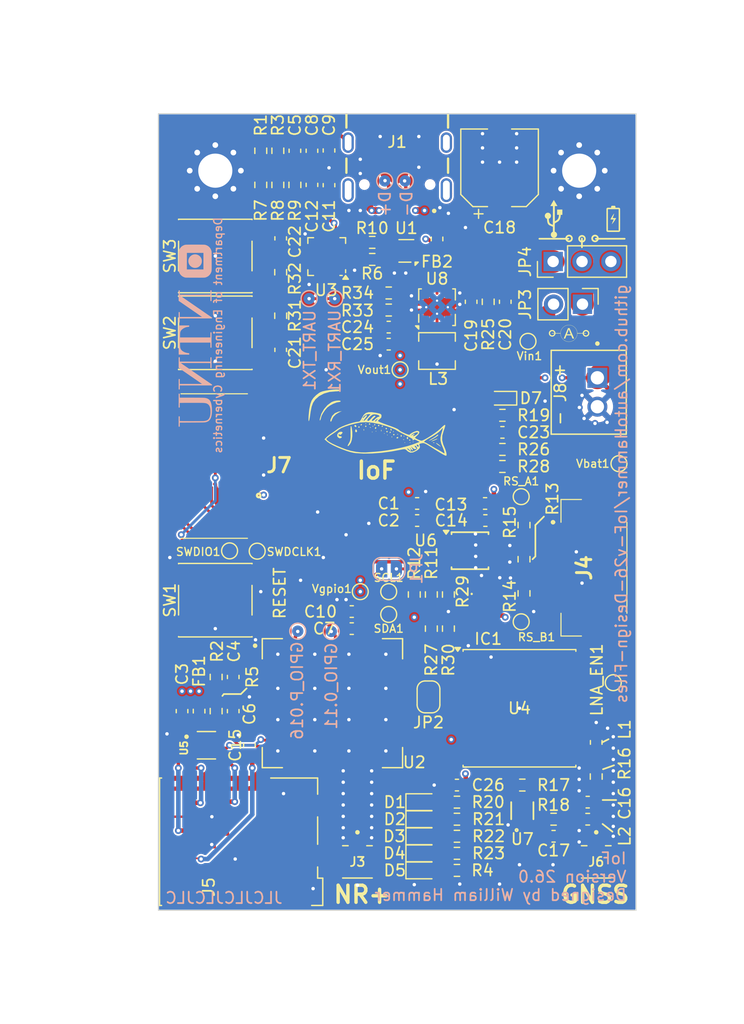
<source format=kicad_pcb>
(kicad_pcb (version 20241229) (generator "pcbnew") (generator_version "9.0")
  (title_block (title "IoF (Internet of Fish) nRF9151 board") (date "2026-02-11") (rev "version 26.0") (company "NTNU") (comment 1 "Designed by William Hammer"))
  (layers (0 "F.Cu" signal) (4 "In1.Cu" signal) (6 "In2.Cu" signal) (2 "B.Cu" signal) (13 "F.Paste" user) (15 "B.Paste" user) (5 "F.SilkS" user "F.Silkscreen") (7 "B.SilkS" user "B.Silkscreen") (1 "F.Mask" user) (3 "B.Mask" user) (25 "Edge.Cuts" user))
  (net 0 "")
  (net 1 "GND")
  (net 2 "/nRF91_BUTTON1")
  (net 3 "/nRF91_BUTTON2")
  (net 4 "+BATT")
  (net 5 "/Battery_voltage")
  (net 6 "+3V3")
  (net 7 "/VREG_IN")
  (net 8 "/CP2102N-VDD")
  (net 9 "Net-(D1-A)")
  (net 10 "/UART1_TX")
  (net 11 "Net-(D2-A)")
  (net 12 "/UART1_RX")
  (net 13 "Net-(D3-A)")
  (net 14 "Net-(D4-A)")
  (net 15 "Net-(D5-A)")
  (net 16 "/I2C_SDA")
  (net 17 "/nINT_RTC")
  (net 18 "/I2C_SCL")
  (net 19 "/SWDIO")
  (net 20 "/SWDCLK")
  (net 21 "/RS485_A")
  (net 22 "/RS485_B")
  (net 23 "/~{nRESET}")
  (net 24 "/DIFF_P")
  (net 25 "/DIFF_N")
  (net 26 "/nRF91_LED1")
  (net 27 "/nRF91_LED2")
  (net 28 "/nRF91_LED3")
  (net 29 "/nRF91_LED4")
  (net 30 "/PPS")
  (net 31 "/RS485_RE")
  (net 32 "/RS485_DE")
  (net 33 "/nRF_UART_RX")
  (net 34 "/nRF_UART_TX")
  (net 35 "/RS485_RX")
  (net 36 "/RS485_DI")
  (net 37 "/VIN")
  (net 38 "Net-(IC1-VBACKUP)")
  (net 39 "/RTC_CLKOUT")
  (net 40 "Net-(JP2-A)")
  (net 41 "/D-")
  (net 42 "/D+")
  (net 43 "/GPS_EXTINT")
  (net 44 "/SIM_VCC")
  (net 45 "/SIM_RST")
  (net 46 "/SIM_CLK")
  (net 47 "/SIM_IO")
  (net 48 "Net-(U2A-~{RESET})")
  (net 49 "Net-(U2A-VDD)")
  (net 50 "VUSB")
  (net 51 "Net-(J6-In)")
  (net 52 "Net-(C17-Pad1)")
  (net 53 "Net-(U8-EN)")
  (net 54 "Net-(U8-FB)")
  (net 55 "/VUSB_C")
  (net 56 "Net-(J1-CC2)")
  (net 57 "Net-(J1-CC1)")
  (net 62 "Net-(JP1-A)")
  (net 63 "Net-(U4-RF_IN)")
  (net 64 "Net-(U8-L1)")
  (net 65 "Net-(U8-L2)")
  (net 66 "Net-(U2A-COEX2)")
  (net 67 "Net-(U2A-ENABLE)")
  (net 68 "Net-(U3-VBUS)")
  (net 69 "Net-(U3-~{RST})")
  (net 70 "Net-(U4-VCC_RF)")
  (net 71 "Net-(U7-R1,_C1)")
  (net 72 "Net-(R18-Pad2)")
  (net 73 "Net-(R31-Pad2)")
  (net 74 "Net-(R32-Pad2)")
  (net 112 "unconnected-(U2B-RESERVED_1-Pad31)")
  (net 117 "Net-(J3-In)")
  (net 118 "Net-(U2A-P0.11)")
  (net 135 "Net-(U4-LNA_EN)")
  (net 137 "Net-(J5-CLK)")
  (net 138 "Net-(J5-RST)")
  (net 139 "Net-(J5-I{slash}O)")
  (net 146 "Net-(D7-A)")
  (net 150 "Net-(J1-SHELL_GND__3)")
  (net 151 "unconnected-(J1-SHELL_GND-PadSH1)")
  (net 155 "Net-(U2A-P0.16{slash}AIN3)")
  (footprint "Capacitor_SMD:C_0603_1608Metric" (layer "F.Cu") (at 109.5 74.25 180)
    (property "Reference" "C7")
    (property "Value" "4.7uF")
  )
  (footprint "Button_Switch_SMD:SW_Push_1P1T_NO_6x6mm_H9.5mm" (layer "F.Cu") (at 97.5 48.25)
    (property "Reference" "SW2")
    (property "Value" "PTS645SM43SMTR92 LF")
  )
  (footprint "LED_SMD:LED_0603_1608Metric" (layer "F.Cu") (at 115.75 92.5)
    (property "Reference" "D3")
    (property "Value" "LED")
  )
  (footprint "Capacitor_SMD:C_0603_1608Metric" (layer "F.Cu") (at 112.75 47.75 180)
    (property "Reference" "C24")
    (property "Value" "1.8p")
  )
  (footprint "Footprints:SON_0X-T1-GE3_VIS" (layer "F.Cu") (at 124.499874 90.2507 90)
    (property "Reference" "U7")
    (property "Value" "SI1040X-T1-GE3")
  )
  (footprint "Inductor_SMD:L_0603_1608Metric" (layer "F.Cu") (at 130.25 91 180)
    (property "Reference" "L2")
    (property "Value" "27nH")
  )
  (footprint "Resistor_SMD:R_0603_1608Metric" (layer "F.Cu") (at 103.25 46.75 90)
    (property "Reference" "R31")
    (property "Value" "1k" (hide yes))
  )
  (footprint "Capacitor_SMD:C_0603_1608Metric" (layer "F.Cu") (at 99.075 81.5 90)
    (property "Reference" "C6")
    (property "Value" "10u")
  )
  (footprint "Resistor_SMD:R_0603_1608Metric" (layer "F.Cu") (at 101.5 32.25 90)
    (property "Reference" "R1")
    (property "Value" "5.1k" (hide yes))
  )
  (footprint "TestPoint:TestPoint_Pad_D1.0mm" (layer "F.Cu") (at 98.756154 67.415373)
    (property "Reference" "SWDIO1")
    (property "Value" "TestPoint" (hide yes))
  )
  (footprint "TestPoint:TestPoint_Pad_D1.0mm" (layer "F.Cu") (at 113.75 51.5 180)
    (property "Reference" "Vout1")
    (property "Value" "TestPoint" (hide yes))
  )
  (footprint "Resistor_SMD:R_0603_1608Metric" (layer "F.Cu") (at 124.5 88)
    (property "Reference" "R17")
    (property "Value" "100k")
  )
  (footprint "Resistor_SMD:R_0603_1608Metric" (layer "F.Cu") (at 118 71.25 90)
    (property "Reference" "R29")
    (property "Value" "10k" (hide yes))
  )
  (footprint "Resistor_SMD:R_0603_1608Metric" (layer "F.Cu") (at 116.5 74.25 -90)
    (property "Reference" "R27")
    (property "Value" "100k")
  )
  (footprint "Connector_PinHeader_2.54mm:PinHeader_1x03_P2.54mm_Vertical" (layer "F.Cu") (at 127.21 41.984505 90)
    (property "Reference" "JP4")
    (property "Value" "VDD_JUMPER")
  )
  (footprint "TestPoint:TestPoint_Pad_D1.0mm" (layer "F.Cu") (at 110.25 71 90)
    (property "Reference" "Vgpio1")
    (property "Value" "TestPoint" (hide yes))
  )
  (footprint "Resistor_SMD:R_0603_1608Metric" (layer "F.Cu") (at 97.575 81.5 90)
    (property "Reference" "R5")
    (property "Value" "10k" (hide yes))
  )
  (footprint "Capacitor_SMD:C_0603_1608Metric" (layer "F.Cu") (at 103.25 49.75 -90)
    (property "Reference" "C21")
    (property "Value" "1u")
  )
  (footprint "Package_DFN_QFN:SiliconLabs_QFN-20-1EP_3x3mm_P0.5mm_EP1.8x1.8mm" (layer "F.Cu") (at 107.3 41.55 180)
    (property "Reference" "U3")
    (property "Value" "CP2102N-Axx-xQFN20")
  )
  (footprint "Resistor_SMD:R_0603_1608Metric" (layer "F.Cu") (at 118.75 92.5)
    (property "Reference" "R22")
    (property "Value" "120")
  )
  (footprint "Resistor_SMD:R_0603_1608Metric" (layer "F.Cu") (at 101.5 35.25 -90)
    (property "Reference" "R7")
    (property "Value" "1k" (hide yes))
  )
  (footprint "Diode_SMD:D_SOD-523" (layer "F.Cu") (at 122.75 54 180)
    (property "Reference" "D7")
    (property "Value" "1SS390SMFHT2R")
  )
  (footprint "FishIoT_Footprint_library:ammeterlogo" (layer "F.Cu") (at 128.6 48.3)
    (property "Reference" "G***" (hide yes))
    (property "Value" "LOGO" (hide yes))
  )
  (footprint "LED_SMD:LED_0603_1608Metric" (layer "F.Cu") (at 115.75 94)
    (property "Reference" "D4")
    (property "Value" "LED")
  )
  (footprint "Capacitor_SMD:C_0603_1608Metric" (layer "F.Cu") (at 106 32.25 90)
    (property "Reference" "C8")
    (property "Value" "4.7u")
  )
  (footprint "TestPoint:TestPoint_Pad_D1.0mm" (layer "F.Cu") (at 112.75 73)
    (property "Reference" "SDA1")
    (property "Value" "TestPoint" (hide yes))
  )
  (footprint "Resistor_SMD:R_0603_1608Metric" (layer "F.Cu") (at 118 74.25 -90)
    (property "Reference" "R30")
    (property "Value" "100k")
  )
  (footprint "Resistor_SMD:R_0603_1608Metric" (layer "F.Cu") (at 111.3 40.3 180)
    (property "Reference" "R10")
    (property "Value" "15")
  )
  (footprint "Inductor_SMD:L_Vishay_IHLP-1212" (layer "F.Cu") (at 117 49.85)
    (property "Reference" "L3")
    (property "Value" "LPS3015-222MRB")
  )
  (footprint "Capacitor_SMD:C_0603_1608Metric" (layer "F.Cu") (at 99.075 78.5 90)
    (property "Reference" "C4")
    (property "Value" "100n")
  )
  (footprint "Capacitor_SMD:C_0603_1608Metric" (layer "F.Cu") (at 100.5 84.5 -90)
    (property "Reference" "C15")
    (property "Value" "100nF")
  )
  (footprint "Resistor_SMD:R_0603_1608Metric" (layer "F.Cu") (at 124.65 65.15 90)
    (property "Reference" "R15")
    (property "Value" "10k")
  )
  (footprint "Capacitor_SMD:CP_Elec_6.3x7.7" (layer "F.Cu") (at 122.5 33.75 90)
    (property "Reference" "C18")
    (property "Value" "PCH1E101MCL4GS")
  )
  (footprint "Footprints:JAE_SF72S006VBDR2500" (layer "F.Cu") (at 99.775 92 -90)
    (property "Reference" "J5")
    (property "Value" "SF72S006VBDR2500")
  )
  (footprint "Connector_PinHeader_2.54mm:PinHeader_1x02_P2.54mm_Vertical" (layer "F.Cu") (at 129.79 45.734505 -90)
    (property "Reference" "JP3")
    (property "Value" "Current Measurement")
  )
  (footprint "TestPoint:TestPoint_Pad_D1.0mm" (layer "F.Cu") (at 132.5 79 90)
    (property "Reference" "LNA_EN1")
    (property "Value" "TestPoint")
  )
  (footprint "Package_TO_SOT_SMD:SOT-666" (layer "F.Cu") (at 114.3 41.05 180)
    (property "Reference" "U1")
    (property "Value" "USBLC6-2P6")
  )
  (footprint "Footprints:SHF-105-01-X-D-SM" (layer "F.Cu") (at 97.5325 59.96 90)
    (property "Reference" "J7")
    (property "Value" "SHF-105-01-L-D-SM" (hide yes))
  )
  (footprint "Capacitor_SMD:C_0603_1608Metric" (layer "F.Cu") (at 103.25 39.95 90)
    (property "Reference" "C22")
    (property "Value" "1u")
  )
  (footprint "FishIoT_Footprint_library:usblogo" (layer "F.Cu") (at 127.25 38.234505)
    (property "Reference" "G***" (hide yes))
    (property "Value" "LOGO" (hide yes))
  )
  (footprint "Resistor_SMD:R_0603_1608Metric" (layer "F.Cu") (at 118.75 91)
    (property "Reference" "R21")
    (property "Value" "120")
  )
  (footprint "Capacitor_SMD:C_0603_1608Metric" (layer "F.Cu") (at 94.575 81.5 90)
    (property "Reference" "C3")
    (property "Value" "10u")
  )
  (footprint "Capacitor_SMD:C_0603_1608Metric" (layer "F.Cu") (at 107.5 32.225 90)
    (property "Reference" "C9")
    (property "Value" "100n")
  )
  (footprint "Capacitor_SMD:C_0603_1608Metric" (layer "F.Cu") (at 120 45.525 90)
    (property "Reference" "C19")
    (property "Value" "10u")
  )
  (footprint "Inductor_SMD:L_0603_1608Metric" (layer "F.Cu") (at 117 40 90)
    (property "Reference" "FB2")
    (property "Value" "BLM18EG601SZ1D" (hide yes))
  )
  (footprint "TestPoint:TestPoint_Pad_D1.0mm" (layer "F.Cu") (at 124.4 62.65)
    (property "Reference" "RS_A1")
    (property "Value" "TestPoint" (hide yes))
  )
  (footprint "Capacitor_SMD:C_0603_1608Metric" (layer "F.Cu") (at 115.25 64.75 180)
    (property "Reference" "C2")
    (property "Value" "1u")
  )
  (footprint "Footprints:LINX_CONUFL001-SMD-T" (layer "F.Cu") (at 110 94.75 180)
    (property "Reference" "J3")
    (property "Value" "Conn_Coaxial")
  )
  (footprint "LED_SMD:LED_0603_1608Metric" (layer "F.Cu") (at 115.75 89.5)
    (property "Reference" "D1")
    (property "Value" "LED")
  )
  (footprint "FishIoT_Footprint_library:RV3032C7" (layer "F.Cu") (at 121.25 72.65 -90)
    (property "Reference" "IC1")
    (property "Value" "RV-3032-C7_32.768KHZ-2.5PPM-TA-QC" (hide yes))
  )
  (footprint "Resistor_SMD:R_0603_1608Metric" (layer "F.Cu") (at 112.75 46.25 180)
    (property "Reference" "R33")
    (property "Value" "1M2")
  )
  (footprint "Resistor_SMD:R_0603_1608Metric" (layer "F.Cu") (at 131 87.25 -90)
    (property "Reference" "R16")
    (property "Value" "0")
  )
  (footprint "Package_SON:Texas_DRC0010J_ThermalVias" (layer "F.Cu") (at 117 46 90)
    (property "Reference" "U8")
    (property "Value" "TPS63000")
  )
  (footprint "FishIoT_Footprint_library:batterylogoo" (layer "F.Cu") (at 132.5 38.234505)
    (property "Reference" "G***" (hide yes))
    (property "Value" "LOGO" (hide yes))
  )
  (footprint "TestPoint:TestPoint_Pad_D1.0mm" (layer "F.Cu") (at 133 59.75 180)
    (property "Reference" "Vbat1")
    (property "Value" "TestPoint" (hide yes))
  )
  (footprint "Inductor_SMD:L_0603_1608Metric" (layer "F.Cu") (at 96.075 81.5 -90)
    (property "Reference" "FB1")
    (property "Value" "120R/070A" (hide yes))
  )
  (footprint "Resistor_SMD:R_0603_1608Metric" (layer "F.Cu") (at 103 32.25 -90)
    (property "Reference" "R3")
    (property "Value" "5.1k")
  )
  (footprint "Capacitor_SMD:C_0603_1608Metric" (layer "F.Cu") (at 106 35.25 -90)
    (property "Reference" "C12")
    (property "Value" "100n")
  )
  (footprint "Resistor_SMD:R_0603_1608Metric" (layer "F.Cu") (at 104.5 35.25 -90)
    (property "Reference" "R9")
    (property "Value" "47.5k")
  )
  (footprint "TestPoint:TestPoint_Pad_D1.0mm" (layer "F.Cu") (at 125 49 180)
    (property "Reference" "Vin1")
    (property "Value" "TestPoint" (hide yes))
  )
  (footprint "TestPoint:TestPoint_Pad_D1.0mm" (layer "F.Cu") (at 124.4 73.65)
    (property "Reference" "RS_B1")
    (property "Value" "TestPoint" (hide yes))
  )
  (footprint "FishIoT_Footprint_library:Fishlogo" (layer "F.Cu") (at 112 56.8)
    (property "Reference" "G***" (hide yes))
    (property "Value" "LOGO" (hide yes))
  )
  (footprint "Footprints:LINX_CONUFL001-SMD-T" (layer "F.Cu") (at 131 94.75 180)
    (property "Reference" "J6")
    (property "Value" "Conn_Coaxial")
  )
  (footprint "RF_GPS:ublox_MAX" (layer "F.Cu") (at 124.25 81.25)
    (property "Reference" "U4")
    (property "Value" "MAX-M10S")
  )
  (footprint "Button_Switch_SMD:SW_Push_1P1T_NO_6x6mm_H9.5mm" (layer "F.Cu") (at 97.5 71.75 180)
    (property "Reference" "SW1")
    (property "Value" "PTS645SM43SMTR92 LF" (hide yes))
  )
  (footprint "Capacitor_SMD:C_0603_1608Metric" (layer "F.Cu") (at 115.25 63.25 180)
    (property "Reference" "C1")
    (property "Value" "1u")
  )
  (footprint "MountingHole:MountingHole_3mm_Pad_Via" (layer "F.Cu") (at 97.5 34)
    (property "Reference" "H1" (hide yes))
    (property "Value" "MountingHole_Pad")
  )
  (footprint "Jumper:SolderJumper-2_P1.3mm_Open_RoundedPad1.0x1.5mm" (layer "F.Cu") (at 116.25 80.25 -90)
    (property "Reference" "JP2")
    (property "Value" "SolderJumper_2_Open")
  )
  (footprint "Footprints:GCT_USB4105-GF-A-120" (layer "F.Cu") (at 113.5 31.53599 180)
    (property "Reference" "J1")
    (property "Value" "USB4105-GF-A-120")
  )
  (footprint "Footprints:MOLEX_0705430001" (layer "F.Cu") (at 131.10099 53.474505 90)
    (property "Reference" "J8")
    (property "Value" "0705430001")
  )
  (footprint "Footprints:SON50P210X160X65-9N" (layer "F.Cu") (at 96.72 84.5)
    (property "Reference" "U5")
    (property "Value" "TPD3F303DPVR")
  )
  (footprint "Capacitor_SMD:C_0603_1608Metric" (layer "F.Cu") (at 121.225 63.25 180)
    (property "Reference" "C13")
    (property "Value" "0.1u")
  )
  (footprint "Resistor_SMD:R_0603_1608Metric" (layer "F.Cu") (at 103 35.25 90)
    (property "Reference" "R8")
    (property "Value" "22.1k")
  )
  (footprint "Resistor_SMD:R_0603_1608Metric" (layer "F.Cu") (at 118.75 95.5 180)
    (property "Reference" "R4")
    (property "Value" "120" (hide yes))
  )
  (footprint "Resistor_SMD:R_0603_1608Metric" (layer "F.Cu") (at 112.75 44.75)
    (property "Reference" "R34")
    (property "Value" "215k")
  )
  (footprint "Capacitor_SMD:C_0603_1608Metric" (layer "F.Cu") (at 130.25 89.5 180)
    (property "Reference" "C16")
    (property "Value" "TBD")
  )
  (footprint "Resistor_SMD:R_0603_1608Metric" (layer "F.Cu") (at 118.75 94)
    (property "Reference" "R23")
    (property "Value" "120")
  )
  (footprint "Capacitor_SMD:C_0603_1608Metric" (layer "F.Cu") (at 107.5 35.275 -90)
    (property "Reference" "C11")
    (property "Value" "4.7u")
  )
  (footprint "Resistor_SMD:R_0603_1608Metric" (layer "F.Cu") (at 111.3 41.8 180)
    (property "Reference" "R6")
    (property "Value" "15")
  )
  (footprint "Capacitor_SMD:C_0603_1608Metric" (layer "F.Cu") (at 118.75 88)
    (property "Reference" "C26")
    (property "Value" "10u")
  )
  (footprint "Resistor_SMD:R_0603_1608Metric" (layer "F.Cu") (at 124.65 71.15 90)
    (property "Reference" "R14")
    (property "Value" "10k")
  )
  (footprint "LED_SMD:LED_0603_1608Metric" (layer "F.Cu") (at 115.75 91)
    (property "Reference" "D2")
    (property "Value" "LED" (hide yes))
  )
  (footprint "Capacitor_SMD:C_0603_1608Metric" (layer "F.Cu") (at 122.75 57 180)
    (property "Reference" "C23")
    (property "Value" "1u")
  )
  (footprint "Resistor_SMD:R_0603_1608Metric" (layer "F.Cu") (at 118.75 89.5)
    (property "Reference" "R20")
    (property "Value" "120")
  )
  (footprint "Resistor_SMD:R_0603_1608Metric" (layer "F.Cu") (at 124.65 68.15 90)
    (property "Reference" "R13")
    (property "Value" "120" (hide yes))
  )
  (footprint "NRF9151_LACA_R7:XCVR_NRF9151-LACA-R7" (layer "F.Cu") (at 107.8 80.8)
    (property "Reference" "U2")
    (property "Value" "NRF9151-LACA-R7")
  )
  (footprint "TestPoint:TestPoint_Pad_D1.0mm" (layer "F.Cu") (at 112.75 71)
    (property "Reference" "SCL1")
    (property "Value" "TestPoint" (hide yes))
  )
  (footprint "Resistor_SMD:R_0603_1608Metric" (layer "F.Cu") (at 115 71.25 90)
    (property "Reference" "R12")
    (property "Value" "4.7k" (hide yes))
  )
  (footprint "Resistor_SMD:R_0603_1608Metric" (layer "F.Cu") (at 116.5 71.25 90)
    (property "Reference" "R11")
    (property "Value" "4.7k" (hide yes))
  )
  (footprint "Resistor_SMD:R_0603_1608Metric" (layer "F.Cu") (at 103.25 42.925 -90)
    (property "Reference" "R32")
    (property "Value" "1k")
  )
  (footprint "Footprints:BM05BZESSTBTLFSN" (layer "F.Cu") (at 130.4 68.9 90)
    (property "Reference" "J4")
    (property "Value" "BM05B-ZESS-TBT" (hide yes))
  )
  (footprint "Inductor_SMD:L_0603_1608Metric" (layer "F.Cu") (at 131 84.25 -90)
    (property "Reference" "L1")
    (property "Value" "TBD")
  )
  (footprint "TestPoint:TestPoint_Pad_D1.0mm" (layer "F.Cu") (at 101.184157 67.440665)
    (property "Reference" "SWDCLK1")
    (property "Value" "TestPoint" (hide yes))
  )
  (footprint "MountingHole:MountingHole_3mm_Pad_Via" (layer "F.Cu") (at 129.5 34)
    (property "Reference" "H2" (hide yes))
    (property "Value" "MountingHole_Pad" (hide yes))
  )
  (footprint "Resistor_SMD:R_0603_1608Metric" (layer "F.Cu") (at 121.5 45.525 90)
    (property "Reference" "R25")
    (property "Value" "100")
  )
  (footprint "Resistor_SMD:R_0603_1608Metric" (layer "F.Cu") (at 122.75 55.5)
    (property "Reference" "R19")
    (property "Value" "3k")
  )
  (footprint "Resistor_SMD:R_0603_1608Metric" (layer "F.Cu") (at 127.25 91 180)
    (property "Reference" "R18")
    (property "Value" "10")
  )
  (footprint "Package_SO:TSSOP-8_3x3mm_P0.65mm" (layer "F.Cu") (at 119.9 67.4)
    (property "Reference" "U6")
    (property "Value" "MAX3471")
  )
  (footprint "Resistor_SMD:R_0603_1608Metric" (layer "F.Cu") (at 97.575 78.5 90)
    (property "Reference" "R2")
    (property "Value" "1k")
  )
  (footprint "Resistor_SMD:R_0603_1608Metric" (layer "F.Cu") (at 122.75 60)
    (property "Reference" "R28")
    (property "Value" "100k")
  )
  (footprint "Capacitor_SMD:C_0603_1608Metric" (layer "F.Cu") (at 109.5 72.75 180)
    (property "Reference" "C10")
    (property "Value" "100nF")
  )
  (footprint "Capacitor_SMD:C_0603_1608Metric" (layer "F.Cu") (at 121.25 64.75)
    (property "Reference" "C14")
    (property "Value" "0.1u")
  )
  (footprint "Capacitor_SMD:C_0603_1608Metric" (layer "F.Cu") (at 123 45.525 -90)
    (property "Reference" "C20")
    (property "Value" "100n")
  )
  (footprint "Resistor_SMD:R_0603_1608Metric" (layer "F.Cu") (at 122.75 58.5 180)
    (property "Reference" "R26")
    (property "Value" "240k")
  )
  (footprint "Capacitor_SMD:C_0603_1608Metric" (layer "F.Cu") (at 127.25 92.5 180)
    (property "Reference" "C17")
    (property "Value" "10nF")
  )
  (footprint "LED_SMD:LED_0603_1608Metric" (layer "F.Cu") (at 115.75 95.5)
    (property "Reference" "D5")
    (property "Value" "GREEN_LED")
  )
  (footprint "Capacitor_SMD:C_0603_1608Metric" (layer "F.Cu") (at 104.5 32.25 90)
    (property "Reference" "C5")
    (property "Value" "100n")
  )
  (footprint "Button_Switch_SMD:SW_Push_1P1T_NO_6x6mm_H9.5mm" (layer "F.Cu") (at 97.5 41.5 180)
    (property "Reference" "SW3")
    (property "Value" "PTS645SM43SMTR92 LF" (hide yes))
  )
  (footprint "Capacitor_SMD:C_0603_1608Metric" (layer "F.Cu") (at 112.75 49.25 180)
    (property "Reference" "C25")
    (property "Value" "22u")
  )
  (footprint "TestPoint:TestPoint_Pad_D1.0mm" (layer "B.Cu") (at 108 45.25 90)
    (property "Reference" "UART_RX1")
    (property "Value" "TestPoint")
  )
  (footprint "FishIoT_Footprint_library:NTNUlogo2" (layer "B.Cu") (at 95.75 48.5 -90)
    (property "Reference" "G***" (hide yes))
    (property "Value" "LOGO" (hide yes))
  )
  (footprint "Jumper:SolderJumper-2_P1.3mm_Open_RoundedPad1.0x1.5mm" (layer "B.Cu") (at 112.77855 69)
    (property "Reference" "JP1")
    (property "Value" "SolderJumper_2_Open")
  )
  (footprint "TestPoint:TestPoint_Pad_D1.0mm" (layer "B.Cu") (at 107.7 74.5 180)
    (property "Reference" "GPIO_0.11")
    (property "Value" "TestPoint")
  )
  (footprint "TestPoint:TestPoint_Pad_D1.0mm" (layer "B.Cu") (at 114.2 34.9 -90)
    (property "Reference" "D-1" (hide yes))
    (property "Value" "TestPoint")
  )
  (footprint "TestPoint:TestPoint_Pad_D1.0mm" (layer "B.Cu") (at 112.4 34.9 -90)
    (property "Reference" "D+1" (hide yes))
    (property "Value" "TestPoint")
  )
  (footprint "TestPoint:TestPoint_Pad_D1.0mm" (layer "B.Cu") (at 104.75 74.471852 180)
    (property "Reference" "GPIO_P.016")
    (property "Value" "TestPoint")
  )
  (footprint "TestPoint:TestPoint_Pad_D1.0mm" (layer "B.Cu") (at 105.75 45.25 90)
    (property "Reference" "UART_TX1")
    (property "Value" "TestPoint")
  )
  (gr_circle (center 127.125204 48.291045) (end 126.886113 48.316893) (stroke (width 0.11)) (fill no) (layer "F.SilkS"))
  (gr_circle (center 129.75 39.984505) (end 130.004 39.984505) (stroke (width 0.15)) (fill no) (layer "F.SilkS"))
  (gr_circle (center 128.609891 39.956459) (end 128.863891 39.956459) (stroke (width 0.15)) (fill no) (layer "F.SilkS"))
  (gr_circle (center 130.895891 39.956459) (end 130.641891 39.956459) (stroke (width 0.15)) (fill no) (layer "F.SilkS"))
  (gr_line (start 131.51 84.255442) (end 132.0821 83.967076) (stroke (width 0.15)) (layer "F.SilkS"))
  (gr_line (start 125.65 65.15) (end 125.65 67.9) (stroke (width 0.15)) (layer "F.SilkS"))
  (gr_line (start 131.559835 91.420312) (end 132.424586 92.094759) (stroke (width 0.15)) (layer "F.SilkS"))
  (gr_line (start 125.65 67.9) (end 125.4 68.15) (stroke (width 0.15)) (layer "F.SilkS"))
  (gr_line (start 131.569183 89.312597) (end 132.750697 89.312597) (stroke (width 0.15)) (layer "F.SilkS"))
  (gr_line (start 126.4 64.4) (end 125.9 64.9) (stroke (width 0.15)) (layer "F.SilkS"))
  (gr_line (start 129.741994 40.734505) (end 129.741994 39.965338) (stroke (width 0.15)) (layer "F.SilkS"))
  (gr_line (start 98.25 80) (end 98.122638 80.163203) (stroke (width 0.15)) (layer "F.SilkS"))
  (gr_line (start 99.75 80) (end 100.25 79.5) (stroke (width 0.15)) (layer "F.SilkS"))
  (gr_line (start 133.5 39.984505) (end 130.961949 39.984505) (stroke (width 0.15)) (layer "F.SilkS"))
  (gr_circle (center 130.099846 48.296114) (end 129.860755 48.321962) (stroke (width 0.11)) (fill no) (layer "F.SilkS"))
  (gr_line (start 131.598508 86.607319) (end 132.562556 86.262394) (stroke (width 0.15)) (layer "F.SilkS"))
  (gr_line (start 98.25 80) (end 99.75 80) (stroke (width 0.15)) (layer "F.SilkS"))
  (gr_line (start 125.9 64.9) (end 125.65 65.15) (stroke (width 0.15)) (layer "F.SilkS"))
  (gr_line (start 126 39.984505) (end 128.548949 39.984505) (stroke (width 0.15)) (layer "F.SilkS"))
  (gr_poly (pts (xy 134.5 29) (xy 92.5 29) (xy 92.5 99) (xy 134.5 99)) (stroke (width 0.1)) (fill no) (layer "Edge.Cuts"))
  (gr_text "NR+" (at 107.75 98.5 0) (layer "F.SilkS") (effects (font (size 1.5 1.5) (thickness 0.3) (bold yes)) (justify left bottom)))
  (gr_text "IoF" (at 109.789607 61.2196 0) (layer "F.SilkS") (effects (font (size 1.5 1.5) (thickness 0.3) (bold yes)) (justify left bottom)))
  (gr_text "-\n" (at 127.34099 55.044681 270) (layer "F.SilkS") (effects (font (size 1 1)) (justify left bottom)))
  (gr_text "GNSS" (at 127.75 98.5 0) (layer "F.SilkS") (effects (font (size 1.5 1.5) (thickness 0.3) (bold yes)) (justify left bottom)))
  (gr_text "+\n" (at 128.529061 51.037079 180) (layer "F.SilkS") (effects (font (size 1 1)) (justify left bottom)))
  (gr_text "RESET" (at 103.75 73.5 90) (layer "F.SilkS") (effects (font (size 1 1)) (justify left bottom)))
  (gr_text "IoF \nVersion 26.0\nDesigned by William Hammer\n" (at 133.75 98.25 0) (layer "B.SilkS") (effects (font (size 1 1)) (justify left bottom mirror)))
  (gr_text "D+" (at 113 35.7 90) (layer "B.SilkS") (effects (font (size 1 1)) (justify left bottom mirror)))
  (gr_text "JLCJLCJLCJLC" (at 103.5 98.5 0) (layer "B.SilkS") (effects (font (size 1 1)) (justify left bottom mirror)))
  (gr_text "github.com/autoHammer/IoF-v26-Design-Files" (at 133.8 43.9 90) (layer "B.SilkS") (effects (font (size 1 1)) (justify left bottom mirror)))
  (gr_text "Department of Engineering Cybernetics" (at 98.15 38.022744 90) (layer "B.SilkS") (effects (font (size 0.7 0.7) (thickness 0.12) (bold yes)) (justify left bottom mirror)))
  (gr_text "D-\n" (at 114.9 35.7 90) (layer "B.SilkS") (effects (font (size 1 1)) (justify left bottom mirror)))
  (segment (start 99.1 80.75) (end 99.075 80.725) (width 0.4) (layer "F.Cu") (net 1))
  (segment (start 113.3 75.8) (end 113.2 75.8) (width 0.25) (layer "F.Cu") (net 1))
  (segment (start 119.15 44.8) (end 120 44.8) (width 1) (layer "F.Cu") (net 1))
  (segment (start 99.21 94.54) (end 99.25 94.5) (width 0.4) (layer "F.Cu") (net 1))
  (segment (start 124.65 71.975) (end 124.725 71.975) (width 0.25) (layer "F.Cu") (net 1))
  (segment (start 93.525 68.025) (end 93.5 68) (width 0.3) (layer "F.Cu") (net 1))
  (segment (start 106.55 40.8) (end 105.75 40.8) (width 0.4) (layer "F.Cu") (net 1))
  (segment (start 102.25 75.75) (end 103 76.5) (width 0.25) (layer "F.Cu") (net 1))
  (segment (start 101.75 60.75) (end 101.27 61.23) (width 0.4) (layer "F.Cu") (net 1))
  (segment (start 109.502 41.8) (end 109.75 42.048) (width 0.25) (layer "F.Cu") (net 1))
  (segment (start 104.45 33.075) (end 104.5 33.025) (width 0.8) (layer "F.Cu") (net 1))
  (segment (start 93.35 93.22) (end 97.183303 93.22) (width 0.15) (layer "F.Cu") (net 1))
  (segment (start 107.5 33) (end 107.5 34.5) (width 0.8) (layer "F.Cu") (net 1))
  (segment (start 99.601459 83.725) (end 99.516861 83.640402) (width 0.3) (layer "F.Cu") (net 1))
  (segment (start 116.751 36.751) (end 116.751 36.34199) (width 0.8) (layer "F.Cu") (net 1))
  (segment (start 93.35 90.78) (end 97.19673 90.78) (width 0.15) (layer "F.Cu") (net 1))
  (segment (start 116.5 44.6) (end 116.5 45.5) (width 0.25) (layer "F.Cu") (net 1))
  (segment (start 107.55 85.925) (end 107.55 84.625) (width 0.25) (layer "F.Cu") (net 1))
  (segment (start 105.75 40.8) (end 105.399067 40.449067) (width 0.4) (layer "F.Cu") (net 1))
  (segment (start 110.55 85.925) (end 110.55 86.20357) (width 0.25) (layer "F.Cu") (net 1))
  (segment (start 93.525 69.5) (end 93.525 68.025) (width 0.3) (layer "F.Cu") (net 1))
  (segment (start 116.5 45.5) (end 117 46) (width 0.25) (layer "F.Cu") (net 1))
  (segment (start 107.55 76.975) (end 107.8 77.225) (width 0.25) (layer "F.Cu") (net 1))
  (segment (start 116.75 88) (end 117.975 88) (width 0.4) (layer "F.Cu") (net 1))
  (segment (start 99.565 57.42) (end 101.67 57.42) (width 0.4) (layer "F.Cu") (net 1))
  (segment (start 113.2 75.8) (end 112.5 76.5) (width 0.25) (layer "F.Cu") (net 1))
  (segment (start 108.85 41.8) (end 109.502 41.8) (width 0.25) (layer "F.Cu") (net 1))
  (segment (start 117.5 44.6) (end 117.5 45.5) (width 0.25) (layer "F.Cu") (net 1))
  (segment (start 118 73.425) (end 118 72.075) (width 1) (layer "F.Cu") (net 1))
  (segment (start 101.75 60.75) (end 100.96 59.96) (width 0.4) (layer "F.Cu") (net 1))
  (segment (start 101.5 69.525) (end 101.475 69.5) (width 0.3) (layer "F.Cu") (net 1))
  (segment (start 97.183303 93.22) (end 97.187091 93.223788) (width 0.15) (layer "F.Cu") (net 1))
  (segment (start 107.3 41.55) (end 107.55 41.8) (width 0.4) (layer "F.Cu") (net 1))
  (segment (start 100.5 83.725) (end 99.601459 83.725) (width 0.3) (layer "F.Cu") (net 1))
  (segment (start 101.67 57.42) (end 101.75 57.5) (width 0.4) (layer "F.Cu") (net 1))
  (segment (start 100.5 80.25) (end 100 80.75) (width 0.4) (layer "F.Cu") (net 1))
  (segment (start 100 80.75) (end 99.1 80.75) (width 0.4) (layer "F.Cu") (net 1))
  (segment (start 119.75 75.75) (end 119.75 76.6) (width 0.3) (layer "F.Cu") (net 1))
  (segment (start 103 33.075) (end 104.45 33.075) (width 0.8) (layer "F.Cu") (net 1))
  (segment (start 99.075 80.725) (end 99.075 79.275) (width 0.4) (layer "F.Cu") (net 1))
  (segment (start 117.95 46) (end 119.15 44.8) (width 1) (layer "F.Cu") (net 1))
  (segment (start 102.3 85.7) (end 103 85) (width 0.25) (layer "F.Cu") (net 1))
  (segment (start 111.975 49.25) (end 111.975 50.225) (width 0.4) (layer "F.Cu") (net 1))
  (segment (start 101.5 33.075) (end 98.425 33.075) (width 0.8) (layer "F.Cu") (net 1))
  (segment (start 106 33.025) (end 106 34.475) (width 0.8) (layer "F.Cu") (net 1))
  (segment (start 117.5 45.5) (end 117 46) (width 0.25) (layer "F.Cu") (net 1))
  (segment (start 107.55 84.625) (end 107.8 84.375) (width 0.25) (layer "F.Cu") (net 1))
  (segment (start 101.5 39.375) (end 103.05 39.375) (width 0.4) (layer "F.Cu") (net 1))
  (segment (start 105.399067 40.449067) (end 105.399067 39.557756) (width 0.4) (layer "F.Cu") (net 1))
  (segment (start 117.25 37.25) (end 116.751 36.751) (width 0.8) (layer "F.Cu") (net 1))
  (segment (start 100.96 59.96) (end 99.565 59.96) (width 0.4) (layer "F.Cu") (net 1))
  (segment (start 111.09643 86.75) (end 111.25 86.75) (width 0.25) (layer "F.Cu") (net 1))
  (segment (start 101.5 71) (end 101.5 69.525) (width 0.3) (layer "F.Cu") (net 1))
  (segment (start 125.5 72.75) (end 124.725 71.975) (width 0.25) (layer "F.Cu") (net 1))
  (segment (start 110.55 86.20357) (end 111.09643 86.75) (width 0.25) (layer "F.Cu") (net 1))
  (segment (start 121.85 74) (end 121.85 76.65) (width 0.4) (layer "F.Cu") (net 1))
  (segment (start 107.55 41.8) (end 108.85 41.8) (width 0.4) (layer "F.Cu") (net 1))
  (segment (start 98.425 33.075) (end 97.5 34) (width 0.8) (layer "F.Cu") (net 1))
  (segment (start 101.5 33.075) (end 103 33.075) (width 0.8) (layer "F.Cu") (net 1))
  (segment (start 111.975 50.225) (end 112 50.25) (width 0.4) (layer "F.Cu") (net 1))
  (segment (start 117 47.4) (end 117 46) (width 0.25) (layer "F.Cu") (net 1))
  (segment (start 119.75 76.6) (end 119.5 76.85) (width 0.3) (layer "F.Cu") (net 1))
  (segment (start 101.27 61.23) (end 99.565 61.23) (width 0.4) (layer "F.Cu") (net 1))
  (segment (start 104.5 33.025) (end 104.5 34.425) (width 0.8) (layer "F.Cu") (net 1))
  (segment (start 124.8 71.9) (end 127.2 71.9) (width 0.25) (layer "F.Cu") (net 1))
  (segment (start 121.85 76.65) (end 121.75 76.75) (width 0.4) (layer "F.Cu") (net 1))
  (segment (start 109.75 42.048) (end 109.75 42.75) (width 0.25) (layer "F.Cu") (net 1))
  (segment (start 107.3 41.55) (end 106.55 40.8) (width 0.4) (layer "F.Cu") (net 1))
  (segment (start 116.7 36.29099) (end 116.7 36.7) (width 0.25) (layer "F.Cu") (net 1))
  (segment (start 124.725 71.975) (end 124.8 71.9) (width 0.25) (layer "F.Cu") (net 1))
  (segment (start 97.19673 90.78) (end 97.197576 90.780846) (width 0.15) (layer "F.Cu") (net 1))
  (segment (start 102.3 85.8) (end 102.3 85.7) (width 0.25) (layer "F.Cu") (net 1))
  (segment (start 98.37 94.54) (end 99.21 94.54) (width 0.4) (layer "F.Cu") (net 1))
  (segment (start 104.5 33.025) (end 106 33.025) (width 0.8) (layer "F.Cu") (net 1))
  (segment (start 103.5 88.75) (end 103.5 87.905) (width 0.4) (layer "F.Cu") (net 1))
  (segment (start 107.55 75.675) (end 107.55 76.975) (width 0.25) (layer "F.Cu") (net 1))
  (via (at 112.5 79.5) (size 0.6) (drill 0.3) (layers "F.Cu" "B.Cu") (net 1))
  (via (at 120.4 67.9) (size 0.6) (drill 0.3) (layers "F.Cu" "B.Cu") (net 1))
  (via (at 129.5 87.5) (size 0.6) (drill 0.3) (layers "F.Cu" "B.Cu") (net 1))
  (via (at 101.036543 75.229702) (size 0.6) (drill 0.3) (layers "F.Cu" "B.Cu") (net 1))
  (via (at 106.25 82.25) (size 0.6) (drill 0.3) (layers "F.Cu" "B.Cu") (net 1))
  (via (at 111.25 91.75) (size 0.6) (drill 0.3) (layers "F.Cu" "B.Cu") (net 1))
  (via (at 97.187091 93.223788) (size 0.6) (drill 0.3) (layers "F.Cu" "B.Cu") (net 1))
  (via (at 117 51) (size 0.6) (drill 0.3) (layers "F.Cu" "B.Cu") (net 1))
  (via (at 124.25 95) (size 0.6) (drill 0.3) (layers "F.Cu" "B.Cu") (net 1))
  (via (at 109 66) (size 0.6) (drill 0.3) (layers "F.Cu" "B.Cu") (net 1))
  (via (at 112 50.25) (size 0.6) (drill 0.3) (layers "F.Cu" "B.Cu") (net 1))
  (via (at 114.75 45) (size 0.6) (drill 0.3) (layers "F.Cu" "B.Cu") (net 1))
  (via (at 110.25 37.5) (size 0.6) (drill 0.3) (layers "F.Cu" "B.Cu") (net 1))
  (via (at 103 76.5) (size 0.6) (drill 0.3) (layers "F.Cu" "B.Cu") (net 1))
  (via (at 107.25 51.5) (size 0.6) (drill 0.3) (layers "F.Cu" "B.Cu") (net 1))
  (via (at 115.4 31) (size 0.6) (drill 0.3) (layers "F.Cu" "B.Cu") (net 1))
  (via (at 119 44.75) (size 0.6) (drill 0.3) (layers "F.Cu" "B.Cu") (net 1))
  (via (at 106.25 79.5) (size 0.6) (drill 0.3) (layers "F.Cu" "B.Cu") (net 1))
  (via (at 124 30.75) (size 0.6) (drill 0.3) (layers "F.Cu" "B.Cu") (net 1))
  (via (at 114.75 46.25) (size 0.6) (drill 0.3) (layers "F.Cu" "B.Cu") (net 1))
  (via (at 112.5 82.25) (size 0.6) (drill 0.3) (layers "F.Cu" "B.Cu") (net 1))
  (via (at 126.5 54.25) (size 0.6) (drill 0.3) (layers "F.Cu" "B.Cu") (net 1))
  (via (at 121 33.25) (size 0.6) (drill 0.3) (layers "F.Cu" "B.Cu") (net 1))
  (via (at 124 33.25) (size 0.6) (drill 0.3) (layers "F.Cu" "B.Cu") (net 1))
  (via (at 103 85) (size 0.6) (drill 0.3) (layers "F.Cu" "B.Cu") (net 1))
  (via (at 100.5 80.25) (size 0.6) (drill 0.3) (layers "F.Cu" "B.Cu") (net 1))
  (via (at 111.25 88.75) (size 0.6) (drill 0.3) (layers "F.Cu" "B.Cu") (net 1))
  (via (at 123.457648 69.797062) (size 0.6) (drill 0.3) (layers "F.Cu" "B.Cu") (net 1))
  (via (at 109.75 42.75) (size 0.6) (drill 0.3) (layers "F.Cu" "B.Cu") (net 1))
  (via (at 129.5 93) (size 0.6) (drill 0.3) (layers "F.Cu" "B.Cu") (net 1))
  (via (at 115.4 33.7) (size 0.6) (drill 0.3) (layers "F.Cu" "B.Cu") (net 1))
  (via (at 115 96.75) (size 0.6) (drill 0.3) (layers "F.Cu" "B.Cu") (net 1))
  (via (at 97.5 50.75) (size 0.6) (drill 0.3) (layers "F.Cu" "B.Cu") (net 1))
  (via (at 116 62.2) (size 0.6) (drill 0.3) (layers "F.Cu" "B.Cu") (net 1))
  (via (at 132.5 83.75) (size 0.6) (drill 0.3) (layers "F.Cu" "B.Cu") (net 1))
  (via (at 109.25 79.5) (size 0.6) (drill 0.3) (layers "F.Cu" "B.Cu") (net 1))
  (via (at 123.25 91.5) (size 0.6) (drill 0.3) (layers "F.Cu" "B.Cu") (net 1))
  (via (at 132.5 89.75) (size 0.6) (drill 0.3) (layers "F.Cu" "B.Cu") (net 1))
  (via (at 101.75 60.75) (size 0.6) (drill 0.3) (layers "F.Cu" "B.Cu") (net 1))
  (via (at 129.5 88.5) (size 0.6) (drill 0.3) (layers "F.Cu" "B.Cu") (net 1))
  (via (at 93.5 68) (size 0.6) (drill 0.3) (layers "F.Cu" "B.Cu") (net 1))
  (via (at 106.5 64) (size 0.6) (drill 0.3) (layers "F.Cu" "B.Cu") (net 1))
  (via (at 120.4 68.9) (size 0.6) (drill 0.3) (layers "F.Cu" "B.Cu") (net 1))
  (via (at 119.75 75.75) (size 0.6) (drill 0.3) (layers "F.Cu" "B.Cu") (net 1))
  (via (at 125.5 72.75) (size 0.6) (drill 0.3) (layers "F.Cu" "B.Cu") (net 1))
  (via (at 120.910907 69.58041) (size 0.6) (drill 0.3) (layers "F.Cu" "B.Cu") (net 1))
  (via (at 129.518434 54.811096) (size 0.6) (drill 0.3) (layers "F.Cu" "B.Cu") (net 1))
  (via (at 121.75 76.75) (size 0.6) (drill 0.3) (layers "F.Cu" "B.Cu") (net 1))
  (via (at 132.5 85.75) (size 0.6) (drill 0.3) (layers "F.Cu" "B.Cu") (net 1))
  (via (at 123.402324 66.943662) (size 0.6) (drill 0.3) (layers "F.Cu" "B.Cu") (net 1))
  (via (at 127.2 95) (size 0.6) (drill 0.3) (layers "F.Cu" "B.Cu") (net 1))
  (via (at 132.5 87.75) (size 0.6) (drill 0.3) (layers "F.Cu" "B.Cu") (net 1))
  (via (at 109.25 85) (size 0.6) (drill 0.3) (layers "F.Cu" "B.Cu") (net 1))
  (via (at 123.4 68.4) (size 0.6) (drill 0.3) (layers "F.Cu" "B.Cu") (net 1))
  (via (at 108.75 90.75) (size 0.6) (drill 0.3) (layers "F.Cu" "B.Cu") (net 1))
  (via (at 106.25 85) (size 0.6) (drill 0.3) (layers "F.Cu" "B.Cu") (net 1))
  (via (at 116.75 88) (size 0.6) (drill 0.3) (layers "F.Cu" "B.Cu") (net 1))
  (via (at 118.5 55) (size 0.6) (drill 0.3) (layers "F.Cu" "B.Cu") (net 1))
  (via (at 107.5 33.75) (size 0.6) (drill 0.3) (layers "F.Cu" "B.Cu") (net 1))
  (via (at 129.25 67.5) (size 0.6) (drill 0.3) (layers "F.Cu" "B.Cu") (net 1))
  (via (at 129.5 92) (size 0.6) (drill 0.3) (layers "F.Cu" "B.Cu") (net 1))
  (via (at 131.951724 56.119911) (size 0.6) (drill 0.3) (layers "F.Cu" "B.Cu") (net 1))
  (via (at 108.75 88.75) (size 0.6) (drill 0.3) (layers "F.Cu" "B.Cu") (net 1))
  (via (at 122.5 33.25) (size 0.6) (drill 0.3) (layers "F.Cu" "B.Cu") (net 1))
  (via (at 132.5 88.75) (size 0.6) (drill 0.3) (layers "F.Cu" "B.Cu") (net 1))
  (via (at 132.5 92.5) (size 0.6) (drill 0.3) (layers "F.Cu" "B.Cu") (net 1))
  (via (at 101.5 71) (size 0.6) (drill 0.3) (layers "F.Cu" "B.Cu") (net 1))
  (via (at 118 37.75) (size 0.6) (drill 0.3) (layers "F.Cu" "B.Cu") (net 1))
  (via (at 131 82.5) (size 0.6) (drill 0.3) (layers "F.Cu" "B.Cu") (net 1))
  (via (at 121 30.75) (size 0.6) (drill 0.3) (layers "F.Cu" "B.Cu") (net 1))
  (via (at 111.247425 92.630344) (size 0.6) (drill 0.3) (layers "F.Cu" "B.Cu") (net 1))
  (via (at 99.524371 83.596298) (size 0.6) (drill 0.3) (layers "F.Cu" "B.Cu") (net 1))
  (via (at 108.75 87.75) (size 0.6) (drill 0.3) (layers "F.Cu" "B.Cu") (net 1))
  (via (at 119 45.75) (size 0.6) (drill 0.3) (layers "F.Cu" "B.Cu") (net 1))
  (via (at 105.399067 39.557756) (size 0.6) (drill 0.3) (layers "F.Cu" "B.Cu") (net 1))
  (via (at 132.5 84.75) (size 0.6) (drill 0.3) (layers "F.Cu" "B.Cu") (net 1))
  (via (at 119.5 39) (size 0.6) (drill 0.3) (layers "F.Cu" "B.Cu") (net 1))
  (via (at 106.1 97.1) (size 0.6) (drill 0.3) (layers "F.Cu" "B.Cu") (net 1))
  (via (at 122.517956 69.77618) (size 0.6) (drill 0.3) (layers "F.Cu" "B.Cu") (net 1))
  (via (at 122.5 96.7) (size 0.6) (drill 0.3) (layers "F.Cu" "B.Cu") (net 1))
  (via (at 111.25 86.75) (size 0.6) (drill 0.3) (layers "F.Cu" "B.Cu") (net 1))
  (via (at 105.75 44) (size 0.6) (drill 0.3) (layers "F.Cu" "B.Cu") (net 1))
  (via (at 110.25 33) (size 0.6) (drill 0.3) (layers "F.Cu" "B.Cu") (net 1))
  (via (at 97.5 46.75) (size 0.6) (drill 0.3) (layers "F.Cu" "B.Cu") (net 1))
  (via (at 117.25 37.25) (size 0.6) (drill 0.3) (layers "F.Cu" "B.Cu") (net 1))
  (via (at 132.5 91.630344) (size 0.6) (drill 0.3) (layers "F.Cu" "B.Cu") (net 1))
  (via (at 103 79.5) (size 0.6) (drill 0.3) (layers "F.Cu" "B.Cu") (net 1))
  (via (at 112.5 76.5) (size 0.6) (drill 0.3) (layers "F.Cu" "B.Cu") (net 1))
  (via (at 108.2 71.7) (size 0.6) (drill 0.3) (layers "F.Cu" "B.Cu") (net 1))
  (via (at 111.25 87.75) (size 0.6) (drill 0.3) (layers "F.Cu" "B.Cu") (net 1))
  (via (at 111.25 89.75) (size 0.6) (drill 0.3) (layers "F.Cu" "B.Cu") (net 1))
  (via (at 120.4 66.9) (size 0.6) (drill 0.3) (layers "F.Cu" "B.Cu") (net 1))
  (via (at 109.25 76.5) (size 0.6) (drill 0.3) (layers "F.Cu" "B.Cu") (net 1))
  (via (at 103 82.25) (size 0.6) (drill 0.3) (layers "F.Cu" "B.Cu") (net 1))
  (via (at 108.75 89.75) (size 0.6) (drill 0.3) (layers "F.Cu" "B.Cu") (net 1))
  (via (at 97.197576 90.780846) (size 0.6) (drill 0.3) (layers "F.Cu" "B.Cu") (net 1))
  (via (at 109.25 82.25) (size 0.6) (drill 0.3) (layers "F.Cu" "B.Cu") (net 1))
  (via (at 110.25 34.25) (size 0.6) (drill 0.3) (layers "F.Cu" "B.Cu") (net 1))
  (via (at 109.25 37.5) (size 0.6) (drill 0.3) (layers "F.Cu" "B.Cu") (net 1))
  (via (at 124.25 81.25) (size 0.6) (drill 0.3) (layers "F.Cu" "B.Cu") (net 1))
  (via (at 99.25 94.5) (size 0.6) (drill 0.3) (layers "F.Cu" "B.Cu") (net 1))
  (via (at 109 71.7) (size 0.6) (drill 0.3) (layers "F.Cu" "B.Cu") (net 1))
  (via (at 110 96.8) (size 0.6) (drill 0.3) (layers "F.Cu" "B.Cu") (net 1))
  (via (at 105 70) (size 0.6) (drill 0.3) (layers "F.Cu" "B.Cu") (net 1))
  (via (at 129.75 70.25) (size 0.6) (drill 0.3) (layers "F.Cu" "B.Cu") (net 1))
  (via (at 132 83) (size 0.6) (drill 0.3) (layers "F.Cu" "B.Cu") (net 1))
  (via (at 111.25 90.75) (size 0.6) (drill 0.3) (layers "F.Cu" "B.Cu") (net 1))
  (via (at 97.5 41.5) (size 0.6) (drill 0.3) (layers "F.Cu" "B.Cu") (net 1))
  (via (at 106.25 76.5) (size 0.6) (drill 0.3) (layers "F.Cu" "B.Cu") (net 1))
  (via (at 129.75 53.75) (size 0.6) (drill 0.3) (layers "F.Cu" "B.Cu") (net 1))
  (via (at 124 32) (size 0.6) (drill 0.3) (layers "F.Cu" "B.Cu") (net 1))
  (via (at 103.5 88.75) (size 0.6) (drill 0.3) (layers "F.Cu" "B.Cu") (net 1))
  (via (at 111 65) (size 0.6) (drill 0.3) (layers "F.Cu" "B.Cu") (net 1))
  (via (at 129.5 86.5) (size 0.6) (drill 0.3) (layers "F.Cu" "B.Cu") (net 1))
  (via (at 119 96.7) (size 0.6) (drill 0.3) (layers "F.Cu" "B.Cu") (net 1))
  (via (at 113.25 43) (size 0.6) (drill 0.3) (layers "F.Cu" "B.Cu") (net 1))
  (via (at 132.5 86.75) (size 0.6) (drill 0.3) (layers "F.Cu" "B.Cu") (net 1))
  (via (at 132.5 90.75) (size 0.6) (drill 0.3) (layers "F.Cu" "B.Cu") (net 1))
  (via (at 114.25 43) (size 0.6) (drill 0.3) (layers "F.Cu" "B.Cu") (net 1))
  (via (at 112.5 85) (size 0.6) (drill 0.3) (layers "F.Cu" "B.Cu") (net 1))
  (via (at 93.25 83.5) (size 0.6) (drill 0.3) (layers "F.Cu" "B.Cu") (net 1))
  (via (at 120.379038 65.926263) (size 0.6) (drill 0.3) (layers "F.Cu" "B.Cu") (net 1))
  (via (at 101.75 57.5) (size 0.6) (drill 0.3) (layers "F.Cu" "B.Cu") (net 1))
  (via (at 121 32) (size 0.6) (drill 0.3) (layers "F.Cu" "B.Cu") (net 1))
  (via (at 118 72.75) (size 0.6) (drill 0.3) (layers "F.Cu" "B.Cu") (net 1))
  (via (at 108.75 91.75) (size 0.6) (drill 0.3) (layers "F.Cu" "B.Cu") (net 1))
  (via (at 108.75 86.75) (size 0.6) (drill 0.3) (layers "F.Cu" "B.Cu") (net 1))
  (via (at 129.933199 55.778882) (size 0.6) (drill 0.3) (layers "F.Cu" "B.Cu") (net 1))
  (via (at 130.891768 56.212081) (size 0.6) (drill 0.3) (layers "F.Cu" "B.Cu") (net 1))
  (via (at 112 31) (size 0.6) (drill 0.3) (layers "F.Cu" "B.Cu") (net 1))
  (via (at 97.5 74.25) (size 0.6) (drill 0.3) (layers "F.Cu" "B.Cu") (net 1))
  (via (at 107 68) (size 0.6) (drill 0.3) (layers "F.Cu" "B.Cu") (net 1))
  (via (at 108.747425 92.630344) (size 0.6) (drill 0.3) (layers "F.Cu" "B.Cu") (net 1))
  (segment (start 93.5 63.5) (end 93.5 53.5) (width 0.25) (layer "F.Cu") (net 2))
  (segment (start 101.3671 78.05) (end 99.25 75.9329) (width 0.25) (layer "F.Cu") (net 2))
  (segment (start 103.25 48.975) (end 103.25 47.575) (width 0.3) (layer "F.Cu") (net 2))
  (segment (start 98.025 48.975) (end 103.25 48.975) (width 0.25) (layer "F.Cu") (net 2))
  (segment (start 93.5 53.5) (end 98.025 48.975) (width 0.25) (layer "F.Cu") (net 2))
  (segment (start 99.25 75.9329) (end 99.25 69.25) (width 0.25) (layer "F.Cu") (net 2))
  (segment (start 102.175 78.05) (end 101.3671 78.05) (width 0.25) (layer "F.Cu") (net 2))
  (segment (start 99.25 69.25) (end 93.5 63.5) (width 0.25) (layer "F.Cu") (net 2))
  (segment (start 93 53.1829) (end 100.25 45.9329) (width 0.25) (layer "F.Cu") (net 3))
  (segment (start 101.15 42.1) (end 103.25 42.1) (width 0.25) (layer "F.Cu") (net 3))
  (segment (start 102.175 78.55) (end 101.194878 78.55) (width 0.25) (layer "F.Cu") (net 3))
  (segment (start 98.75 76.105122) (end 98.75 69.40855) (width 0.25) (layer "F.Cu") (net 3))
  (segment (start 101.194878 78.55) (end 98.75 76.105122) (width 0.25) (layer "F.Cu") (net 3))
  (segment (start 100.25 43) (end 101.15 42.1) (width 0.25) (layer "F.Cu") (net 3))
  (segment (start 100.25 45.9329) (end 100.25 43) (width 0.25) (layer "F.Cu") (net 3))
  (segment (start 93 63.65855) (end 93 53.1829) (width 0.25) (layer "F.Cu") (net 3))
  (segment (start 98.75 69.40855) (end 93 63.65855) (width 0.25) (layer "F.Cu") (net 3))
  (segment (start 103.25 42.1) (end 103.25 40.725) (width 0.4) (layer "F.Cu") (net 3))
  (segment (start 124.8 38.75) (end 129.557468 38.75) (width 2) (layer "F.Cu") (net 4))
  (segment (start 133 54.103515) (end 131.10099 52.204505) (width 0.4) (layer "F.Cu") (net 4))
  (segment (start 122.75 54.7) (end 123.45 54) (width 0.3) (layer "F.Cu") (net 4))
  (segment (start 128 52.204505) (end 131.10099 52.204505) (width 0.3) (layer "F.Cu") (net 4))
  (segment (start 123.575 58.5) (end 122.75 57.675) (width 0.3) (layer "F.Cu") (net 4))
  (segment (start 133 59.75) (end 133 54.103515) (width 0.4) (layer "F.Cu") (net 4))
  (segment (start 129.557468 38.75) (end 132.29 41.482532) (width 2) (layer "F.Cu") (net 4))
  (segment (start 122.75 57.675) (end 122.75 54.7) (width 0.3) (layer "F.Cu") (net 4))
  (segment (start 125.245495 52.204505) (end 126.5 52.204505) (width 0.3) (layer "F.Cu") (net 4))
  (segment (start 122.5 36.45) (end 124.8 38.75) (width 2) (layer "F.Cu") (net 4))
  (segment (start 123.45 54) (end 125.245495 52.204505) (width 0.3) (layer "F.Cu") (net 4))
  (segment (start 132.29 41.482532) (end 132.29 41.984505) (width 2) (layer "F.Cu") (net 4))
  (segment (start 131.10099 52.204505) (end 132.29 51.015495) (width 2) (layer "F.Cu") (net 4))
  (segment (start 132.29 51.015495) (end 132.29 41.984505) (width 2) (layer "F.Cu") (net 4))
  (via (at 126.5 52.204505) (size 0.6) (drill 0.3) (layers "F.Cu" "B.Cu") (net 4))
  (via (at 128 52.204505) (size 0.6) (drill 0.3) (layers "F.Cu" "B.Cu") (net 4))
  (segment (start 121.975 59.525) (end 121.975 57) (width 0.3) (layer "F.Cu") (net 5))
  (segment (start 121.925 60) (end 121.925 59.575) (width 0.3) (layer "F.Cu") (net 5))
  (segment (start 110.1 65.9) (end 116.4 65.9) (width 0.3) (layer "F.Cu") (net 5))
  (segment (start 121.925 60.375) (end 121.925 60) (width 0.3) (layer "F.Cu") (net 5))
  (segment (start 121.925 59.575) (end 121.975 59.525) (width 0.3) (layer "F.Cu") (net 5))
  (segment (start 104.05 75.675) (end 104.05 71.95) (width 0.3) (layer "F.Cu") (net 5))
  (segment (start 116.4 65.9) (end 121.925 60.375) (width 0.3) (layer "F.Cu") (net 5))
  (segment (start 104.05 71.95) (end 110.1 65.9) (width 0.3) (layer "F.Cu") (net 5))
  (segment (start 119.475 84.525) (end 119.5 84.55) (width 0.4) (layer "F.Cu") (net 6))
  (segment (start 119.525 88) (end 119.525 87.025) (width 0.4) (layer "F.Cu") (net 6))
  (segment (start 115.15 72.075) (end 116.5 73.425) (width 1) (layer "F.Cu") (net 6))
  (segment (start 115.5 47.5) (end 115.25 47.75) (width 1) (layer "F.Cu") (net 6))
  (segment (start 115.175 73.425) (end 115 73.25) (width 1) (layer "F.Cu") (net 6))
  (segment (start 119.575 91) (end 119.575 89.5) (width 0.4) (layer "F.Cu") (net 6))
  (segment (start 122.025 64.75) (end 122.025 63.275) (width 0.4) (layer "F.Cu") (net 6))
  (segment (start 114.475 62.275) (end 114.5 62.25) (width 1) (layer "F.Cu") (net 6))
  (segment (start 122.025 63.275) (end 122 63.25) (width 0.4) (layer "F.Cu") (net 6))
  (segment (start 110.55 75.675) (end 110.55 74.799) (width 0.4) (layer "F.Cu") (net 6))
  (segment (start 122.025 64.75) (end 124.225 64.75) (width 0.4) (layer "F.Cu") (net 6))
  (segment (start 99.565 62.5) (end 101.75 62.5) (width 0.4) (layer "F.Cu") (net 6))
  (segment (start 122.85 73.1) (end 123 73.25) (width 0.4) (layer "F.Cu") (net 6))
  (segment (start 113.75 48.25) (end 113.75 50.25) (width 2) (layer "F.Cu") (net 6))
  (segment (start 94.575 80.725) (end 96.0625 80.725) (width 1) (layer "F.Cu") (net 6))
  (segment (start 114.475 63.25) (end 114.475 62.275) (width 1) (layer "F.Cu") (net 6))
  (segment (start 115.85 47.4) (end 115.75 47.5) (width 0.4) (layer "F.Cu") (net 6))
  (segment (start 113.525 47.75) (end 113.525 46.3) (width 1) (layer "F.Cu") (net 6))
  (segment (start 116.5 72.075) (end 115 72.075) (width 1) (layer "F.Cu") (net 6))
  (segment (start 94.575 79.75) (end 96.075 79.75) (width 1) (layer "F.Cu") (net 6))
  (segment (start 113.75 51.5) (end 113.75 52.75) (width 2) (layer "F.Cu") (net 6))
  (segment (start 113.75 50.25) (end 113.75 51.5) (width 2) (layer "F.Cu") (net 6))
  (segment (start 118.25 84) (end 120.5 84) (width 1) (layer "F.Cu") (net 6))
  (segment (start 116 47.4) (end 115.85 47.4) (width 0.4) (layer "F.Cu") (net 6))
  (segment (start 110.25 71) (end 110.25 70) (width 1) (layer "F.Cu") (net 6))
  (segment (start 115.25 47.75) (end 113.525 47.75) (width 1) (layer "F.Cu") (net 6))
  (segment (start 122.025 64.75) (end 122.025 66.4) (width 0.4) (layer "F.Cu") (net 6))
  (segment (start 119.525 87.025) (end 119.5 87) (width 0.4) (layer "F.Cu") (net 6))
  (segment (start 113.525 46.3) (end 113.575 46.25) (width 1) (layer "F.Cu") (net 6))
  (segment (start 116.5 72.075) (end 116.5 73.425) (width 1) (layer "F.Cu") (net 6))
  (segment (start 114.475 63.25) (end 114.475 64.449) (width 1) (layer "F.Cu") (net 6))
  (segment (start 115 72.075) (end 115.15 72.075) (width 1) (layer "F.Cu") (net 6))
  (segment (start 94.575 80.725) (end 94.575 79.75) (width 1) (layer "F.Cu") (net 6))
  (segment (start 115 73.25) (end 115 72.075) (width 1) (layer "F.Cu") (net 6))
  (segment (start 121.85 73.1) (end 122.85 73.1) (width 0.4) (layer "F.Cu") (net 6))
  (segment (start 115.75 47.5) (end 115.5 47.5) (width 0.4) (layer "F.Cu") (net 6))
  (segment (start 110.25 71) (end 110.25 74.75) (width 1) (layer "F.Cu") (net 6))
  (segment (start 122 63.25) (end 122 62) (width 0.4) (layer "F.Cu") (net 6))
  (segment (start 96.075 80.7125) (end 96.075 79.75) (width 1) (layer "F.Cu") (net 6))
  (segment (start 119.575 92.5) (end 119.575 91) (width 0.4) (layer "F.Cu") (net 6))
  (segment (start 122.025 66.4) (end 122.05 66.425) (width 0.4) (layer "F.Cu") (net 6))
  (segment (start 124.225 64.75) (end 124.65 64.325) (width 0.4) (layer "F.Cu") (net 6))
  (segment (start 119.575 88.05) (end 119.525 88) (width 0.4) (layer "F.Cu") (net 6))
  (segment (start 96.0625 80.725) (end 96.075 80.7125) (width 1) (layer "F.Cu") (net 6))
  (segment (start 119.575 94) (end 119.575 92.5) (width 0.4) (layer "F.Cu") (net 6))
  (segment (start 113.525 47.75) (end 113.525 49.25) (width 1) (layer "F.Cu") (net 6))
  (segment (start 116.5 73.425) (end 115.175 73.425) (width 1) (layer "F.Cu") (net 6))
  (segment (start 116.5 72.075) (end 116.175 72.075) (width 0.25) (layer "F.Cu") (net 6))
  (segment (start 119.575 89.5) (end 119.575 88.05) (width 0.4) (layer "F.Cu") (net 6))
  (via (at 110.25 70) (size 0.6) (drill 0.3) (layers "F.Cu" "B.Cu") (net 6))
  (via (at 94.575 79.75) (size 0.6) (drill 0.3) (layers "F.Cu" "B.Cu") (net 6))
  (via (at 113.75 51.5) (size 0.6) (drill 0.3) (layers "F.Cu" "B.Cu") (net 6))
  (via (at 110.25 71) (size 0.6) (drill 0.3) (layers "F.Cu" "B.Cu") (net 6))
  (via (at 113.75 50.25) (size 0.6) (drill 0.3) (layers "F.Cu" "B.Cu") (net 6))
  (via (at 118.25 84) (size 0.6) (drill 0.3) (layers "F.Cu" "B.Cu") (net 6))
  (via (at 95.325 79.75) (size 0.6) (drill 0.3) (layers "F.Cu" "B.Cu") (net 6))
  (via (at 122 62) (size 0.6) (drill 0.3) (layers "F.Cu" "B.Cu") (net 6))
  (via (at 123 73.25) (size 0.6) (drill 0.3) (layers "F.Cu" "B.Cu") (net 6))
  (via (at 101.75 62.5) (size 0.6) (drill 0.3) (layers "F.Cu" "B.Cu") (net 6))
  (via (at 113.75 52.75) (size 0.6) (drill 0.3) (layers "F.Cu" "B.Cu") (net 6))
  (via (at 96.075 79.75) (size 0.6) (drill 0.3) (layers "F.Cu" "B.Cu") (net 6))
  (via (at 119.5 87) (size 0.6) (drill 0.3) (layers "F.Cu" "B.Cu") (net 6))
  (via (at 114.5 62.25) (size 0.6) (drill 0.3) (layers "F.Cu" "B.Cu") (net 6))
  (via (at 115 73.25) (size 0.6) (drill 0.3) (layers "F.Cu" "B.Cu") (net 6))
  (segment (start 121.5 46.35) (end 120.05 46.35) (width 1) (layer "F.Cu") (net 7))
  (segment (start 127.2 65.9) (end 127.2 45.784505) (width 0.4) (layer "F.Cu") (net 7))
  (segment (start 125 48) (end 125 49) (width 1) (layer "F.Cu") (net 7))
  (segment (start 125.583505 47.401) (end 125.583505 47.416495) (width 1) (layer "F.Cu") (net 7))
  (segment (start 127.25 45.734505) (end 125.583505 47.401) (width 1) (layer "F.Cu") (net 7))
  (segment (start 125.583505 47.401) (end 122.151 47.401) (width 1) (layer "F.Cu") (net 7))
  (segment (start 127.2 45.784505) (end 127.25 45.734505) (width 0.4) (layer "F.Cu") (net 7))
  (segment (start 120.05 46.35) (end 120 46.3) (width 1) (layer "F.Cu") (net 7))
  (segment (start 125.583505 47.416495) (end 125 48) (width 1) (layer "F.Cu") (net 7))
  (segment (start 120 46.3) (end 118.819 47.481) (width 1) (layer "F.Cu") (net 7))
  (segment (start 122.151 47.401) (end 121.5 46.75) (width 1) (layer "F.Cu") (net 7))
  (segment (start 118.819 47.481) (end 118.276 47.481) (width 1) (layer "F.Cu") (net 7))
  (segment (start 121.5 46.75) (end 121.5 46.35) (width 1) (layer "F.Cu") (net 7))
  (segment (start 108.55 40.3) (end 108.55 37.7) (width 0.3) (layer "F.Cu") (net 8))
  (segment (start 108.276 32.226) (end 107.5 31.45) (width 0.3) (layer "F.Cu") (net 8))
  (segment (start 108.276 37) (end 108.276 32.226) (width 0.3) (layer "F.Cu") (net 8))
  (segment (start 108.276 37) (end 108.276 36.826) (width 0.3) (layer "F.Cu") (net 8))
  (segment (start 108.276 37.426) (end 108.55 37.7) (width 0.3) (layer "F.Cu") (net 8))
  (segment (start 108.276 36.826) (end 107.5 36.05) (width 0.3) (layer "F.Cu") (net 8))
  (segment (start 108.276 36.826) (end 108.276 37.426) (width 0.3) (layer "F.Cu") (net 8))
  (segment (start 117.925 89.5) (end 116.5375 89.5) (width 0.4) (layer "F.Cu") (net 9))
  (segment (start 113.425 76.55) (end 116.3 76.55) (width 0.3) (layer "F.Cu") (net 10))
  (segment (start 117.7 77.95) (end 119.5 77.95) (width 0.3) (layer "F.Cu") (net 10))
  (segment (start 116.3 76.55) (end 117.7 77.95) (width 0.3) (layer "F.Cu") (net 10))
  (segment (start 117.925 91) (end 116.5375 91) (width 0.4) (layer "F.Cu") (net 11))
  (segment (start 115.839856 77.05) (end 113.425 77.05) (width 0.3) (layer "F.Cu") (net 12))
  (segment (start 119.5 79.05) (end 117.839856 79.05) (width 0.3) (layer "F.Cu") (net 12))
  (segment (start 117.839856 79.05) (end 115.839856 77.05) (width 0.3) (layer "F.Cu") (net 12))
  (segment (start 117.925 92.5) (end 116.5375 92.5) (width 0.4) (layer "F.Cu") (net 13))
  (segment (start 117.925 94) (end 116.5375 94) (width 0.4) (layer "F.Cu") (net 14))
  (segment (start 117.925 95.5) (end 116.5375 95.5) (width 0.4) (layer "F.Cu") (net 15))
  (segment (start 120.65 72.2) (end 119.45 72.2) (width 0.3) (layer "F.Cu") (net 16))
  (segment (start 112.05 75.675) (end 112.05 73.7) (width 0.25) (layer "F.Cu") (net 16))
  (segment (start 114.649 71.101) (end 115.824 71.101) (width 0.25) (layer "F.Cu") (net 16))
  (segment (start 115.824 71.101) (end 116.5 70.425) (width 0.25) (layer "F.Cu") (net 16))
  (segment (start 112.05 73.7) (end 112.75 73) (width 0.25) (layer "F.Cu") (net 16))
  (segment (start 112.75 73) (end 114.649 71.101) (width 0.25) (layer "F.Cu") (net 16))
  (segment (start 117.325 71.25) (end 116.5 70.425) (width 0.3) (layer "F.Cu") (net 16))
  (segment (start 119.45 72.2) (end 118.5 71.25) (width 0.3) (layer "F.Cu") (net 16))
  (segment (start 118.5 71.25) (end 117.325 71.25) (width 0.3) (layer "F.Cu") (net 16))
  (segment (start 118.5 74.25) (end 117.325 74.25) (width 0.3) (layer "F.Cu") (net 17))
  (segment (start 117.325 74.25) (end 116.5 75.075) (width 0.3) (layer "F.Cu") (net 17))
  (segment (start 112.55 75.42201) (end 112.89701 75.075) (width 0.25) (layer "F.Cu") (net 17))
  (segment (start 112.89701 75.075) (end 116.5 75.075) (width 0.25) (layer "F.Cu") (net 17))
  (segment (start 120.65 73.1) (end 119.65 73.1) (width 0.3) (layer "F.Cu") (net 17))
  (segment (start 119.65 73.1) (end 118.5 74.25) (width 0.3) (layer "F.Cu") (net 17))
  (segment (start 112.55 75.675) (end 112.55 75.42201) (width 0.25) (layer "F.Cu") (net 17))
  (segment (start 121.299 70.749) (end 121.85 71.3) (width 0.3) (layer "F.Cu") (net 18))
  (segment (start 115.998773 69.426227) (end 119.323773 69.426227) (width 0.3) (layer "F.Cu") (net 18))
  (segment (start 119.323773 69.426227) (end 120.646546 70.749) (width 0.3) (layer "F.Cu") (net 18))
  (segment (start 115 70.425) (end 115.998773 69.426227) (width 0.3) (layer "F.Cu") (net 18))
  (segment (start 113.25 70.5) (end 114.925 70.5) (width 0.25) (layer "F.Cu") (net 18))
  (segment (start 114.925 70.5) (end 115 70.425) (width 0.25) (layer "F.Cu") (net 18))
  (segment (start 111.55 72.2) (end 112.75 71) (width 0.25) (layer "F.Cu") (net 18))
  (segment (start 112.75 71) (end 113.25 70.5) (width 0.25) (layer "F.Cu") (net 18))
  (segment (start 120.646546 70.749) (end 121.299 70.749) (width 0.3) (layer "F.Cu") (net 18))
  (segment (start 111.55 75.675) (end 111.55 72.2) (width 0.25) (layer "F.Cu") (net 18))
  (segment (start 99.75 67) (end 99.75 66.75) (width 0.25) (layer "F.Cu") (net 19))
  (segment (start 99.75 67.5) (end 99.75 67) (width 0.25) (layer "F.Cu") (net 19))
  (segment (start 99.75 67.415373) (end 98.756154 67.415373) (width 0.25) (layer "F.Cu") (net 19))
  (segment (start 102.175 77.55) (end 101.55 77.55) (width 0.25) (layer "F.Cu") (net 19))
  (segment (start 101.55 77.55) (end 99.75 75.75) (width 0.25) (layer "F.Cu") (net 19))
  (segment (start 99.75 75.75) (end 99.75 67.5) (width 0.25) (layer "F.Cu") (net 19))
  (segment (start 99.75 66.75) (end 95.5 62.5) (width 0.25) (layer "F.Cu") (net 19))
  (segment (start 96.5495 61.23) (end 95.5 61.23) (width 0.25) (layer "F.Cu") (net 20))
  (segment (start 100.440665 67.440665) (end 100.309335 67.440665) (width 0.25) (layer "F.Cu") (net 20))
  (segment (start 100.309335 67.440665) (end 100.25 67.5) (width 0.25) (layer "F.Cu") (net 20))
  (segment (start 100.440665 67.440665) (end 100.25 67.25) (width 0.25) (layer "F.Cu") (net 20))
  (segment (start 100.25 75.6) (end 100.25 67.5) (width 0.25) (layer "F.Cu") (net 20))
  (segment (start 97.1735 63.4235) (end 97.1735 61.854) (width 0.25) (layer "F.Cu") (net 20))
  (segment (start 100.25 67.25) (end 100.25 66.5) (width 0.25) (layer "F.Cu") (net 20))
  (segment (start 100.25 67.5) (end 100.25 67.25) (width 0.25) (layer "F.Cu") (net 20))
  (segment (start 100.25 66.5) (end 97.1735 63.4235) (width 0.25) (layer "F.Cu") (net 20))
  (segment (start 101.7 77.05) (end 100.25 75.6) (width 0.25) (layer "F.Cu") (net 20))
  (segment (start 101.184157 67.440665) (end 100.440665 67.440665) (width 0.25) (layer "F.Cu") (net 20))
  (segment (start 97.1735 61.854) (end 96.5495 61.23) (width 0.25) (layer "F.Cu") (net 20))
  (segment (start 102.175 77.05) (end 101.7 77.05) (width 0.25) (layer "F.Cu") (net 20))
  (segment (start 125.476 63.726) (end 124.4 62.65) (width 0.4) (layer "F.Cu") (net 21))
  (segment (start 124.25 67.725) (end 122.05 67.725) (width 0.4) (layer "F.Cu") (net 21))
  (segment (start 124.725 67.4) (end 124.65 67.325) (width 0.4) (layer "F.Cu") (net 21))
  (segment (start 127.2 67.4) (end 124.725 67.4) (width 0.4) (layer "F.Cu") (net 21))
  (segment (start 127.2 67.4) (end 126.4 67.4) (width 0.4) (layer "F.Cu") (net 21))
  (segment (start 124.65 67.325) (end 124.65 65.975) (width 0.4) (layer "F.Cu") (net 21))
  (segment (start 126.4 67.4) (end 125.476 66.476) (width 0.4) (layer "F.Cu") (net 21))
  (segment (start 124.65 67.325) (end 124.25 67.725) (width 0.4) (layer "F.Cu") (net 21))
  (segment (start 125.476 66.476) (end 125.476 63.726) (width 0.4) (layer "F.Cu") (net 21))
  (segment (start 128.002 68.9) (end 128.751 69.649) (width 0.4) (layer "F.Cu") (net 22))
  (segment (start 121.099 67.124) (end 121.65 67.124) (width 0.4) (layer "F.Cu") (net 22))
  (segment (start 121.099 68.748763) (end 121.099 67.124) (width 0.4) (layer "F.Cu") (net 22))
  (segment (start 128.751 72.651) (end 127.752 73.65) (width 0.4) (layer "F.Cu") (net 22))
  (segment (start 127.2 68.9) (end 124.725 68.9) (width 0.4) (layer "F.Cu") (net 22))
  (segment (start 128.751 69.649) (end 128.751 72.651) (width 0.4) (layer "F.Cu") (net 22))
  (segment (start 124.65 68.975) (end 124.574 69.051) (width 0.4) (layer "F.Cu") (net 22))
  (segment (start 124.65 70.325) (end 124.65 68.975) (width 0.4) (layer "F.Cu") (net 22))
  (segment (start 124.574 69.051) (end 121.401237 69.051) (width 0.4) (layer "F.Cu") (net 22))
  (segment (start 121.401237 69.051) (end 121.099 68.748763) (width 0.4) (layer "F.Cu") (net 22))
  (segment (start 127.2 68.9) (end 128.002 68.9) (width 0.4) (layer "F.Cu") (net 22))
  (segment (start 127.752 73.65) (end 124.4 73.65) (width 0.4) (layer "F.Cu") (net 22))
  (segment (start 124.725 68.9) (end 124.65 68.975) (width 0.4) (layer "F.Cu") (net 22))
  (segment (start 93.525 74) (end 94.576 72.949) (width 0.25) (layer "F.Cu") (net 23))
  (segment (start 93.525 74) (end 93.9 74) (width 0.25) (layer "F.Cu") (net 23))
  (segment (start 97.8 77.725) (end 97.75 77.675) (width 0.25) (layer "F.Cu") (net 23))
  (segment (start 96.5495 57.42) (end 95.5 57.42) (width 0.25) (layer "F.Cu") (net 23))
  (segment (start 97.5 61) (end 97.5 58.3705) (width 0.25) (layer "F.Cu") (net 23))
  (segment (start 94.576 72.949) (end 94.576 66.063825) (width 0.25) (layer "F.Cu") (net 23))
  (segment (start 94.576 66.063825) (end 94.506088 65.993912) (width 0.25) (layer "F.Cu") (net 23))
  (segment (start 97.5 58.3705) (end 96.5495 57.42) (width 0.25) (layer "F.Cu") (net 23))
  (segment (start 93.9 74) (end 97.575 77.675) (width 0.25) (layer "F.Cu") (net 23))
  (segment (start 97.75 77.675) (end 97.2 77.675) (width 0.25) (layer "F.Cu") (net 23))
  (via (at 94.506088 65.993912) (size 0.6) (drill 0.3) (layers "F.Cu" "B.Cu") (net 23))
  (via (at 97.5 61) (size 0.6) (drill 0.3) (layers "F.Cu" "B.Cu") (net 23))
  (segment (start 97.5 63) (end 97.5 61) (width 0.25) (layer "B.Cu") (net 23))
  (segment (start 94.506088 65.993912) (end 97.5 63) (width 0.25) (layer "B.Cu") (net 23))
  (segment (start 109.725 41.3) (end 108.85 41.3) (width 0.3) (layer "F.Cu") (net 24))
  (segment (start 110.225 41.8) (end 109.725 41.3) (width 0.3) (layer "F.Cu") (net 24))
  (segment (start 108.85 40.8) (end 109.725 40.8) (width 0.3) (layer "F.Cu") (net 25))
  (segment (start 109.725 40.8) (end 110.225 40.3) (width 0.3) (layer "F.Cu") (net 25))
  (segment (start 114.75 89.2875) (end 114.75 87.63781) (width 0.3) (layer "F.Cu") (net 26))
  (segment (start 115.304 87.08381) (end 115.304 83.31419) (width 0.3) (layer "F.Cu") (net 26))
  (segment (start 114.9625 89.5) (end 114.75 89.2875) (width 0.3) (layer "F.Cu") (net 26))
  (segment (start 115.304 83.31419) (end 114.03981 82.05) (width 0.3) (layer "F.Cu") (net 26))
  (segment (start 114.03981 82.05) (end 113.425 82.05) (width 0.3) (layer "F.Cu") (net 26))
  (segment (start 114.75 87.63781) (end 115.304 87.08381) (width 0.3) (layer "F.Cu") (net 26))
  (segment (start 114.853 86.897) (end 114.853 83.501) (width 0.3) (layer "F.Cu") (net 27))
  (segment (start 114.201 87.549) (end 114.853 86.897) (width 0.3) (layer "F.Cu") (net 27))
  (segment (start 113.902 82.55) (end 113.425 82.55) (width 0.3) (layer "F.Cu") (net 27))
  (segment (start 114.201 90.2385) (end 114.201 87.549) (width 0.3) (layer "F.Cu") (net 27))
  (segment (start 114.9625 91) (end 114.201 90.2385) (width 0.3) (layer "F.Cu") (net 27))
  (segment (start 114.853 83.501) (end 113.902 82.55) (width 0.3) (layer "F.Cu") (net 27))
  (segment (start 114.402 86.63781) (end 114.402 83.86419) (width 0.3) (layer "F.Cu") (net 28))
  (segment (start 114.9625 92.5) (end 113.75 91.2875) (width 0.3) (layer "F.Cu") (net 28))
  (segment (start 114.08781 83.55) (end 113.425 83.55) (width 0.3) (layer "F.Cu") (net 28))
  (segment (start 113.75 87.28981) (end 114.402 86.63781) (width 0.3) (layer "F.Cu") (net 28))
  (segment (start 114.402 83.86419) (end 114.08781 83.55) (width 0.3) (layer "F.Cu") (net 28))
  (segment (start 113.75 91.2875) (end 113.75 87.28981) (width 0.3) (layer "F.Cu") (net 28))
  (segment (start 113.25 92.2875) (end 113.25 87.152) (width 0.3) (layer "F.Cu") (net 29))
  (segment (start 114.9625 94) (end 113.25 92.2875) (width 0.3) (layer "F.Cu") (net 29))
  (segment (start 113.951 86.451) (end 113.951 84.051) (width 0.3) (layer "F.Cu") (net 29))
  (segment (start 113.25 87.152) (end 113.951 86.451) (width 0.3) (layer "F.Cu") (net 29))
  (segment (start 113.951 84.051) (end 113.95 84.05) (width 0.3) (layer "F.Cu") (net 29))
  (segment (start 113.95 84.05) (end 113.425 84.05) (width 0.3) (layer "F.Cu") (net 29))
  (segment (start 120.8 79.75) (end 120.8 74.15) (width 0.3) (layer "F.Cu") (net 30))
  (segment (start 120.65 74) (end 119.575 75.075) (width 0.3) (layer "F.Cu") (net 30))
  (segment (start 116.6 80.55) (end 116.25 80.9) (width 0.3) (layer "F.Cu") (net 30))
  (segment (start 119.1 80.55) (end 116.6 80.55) (width 0.3) (layer "F.Cu") (net 30))
  (segment (start 119.5 80.15) (end 119.1 80.55) (width 0.3) (layer "F.Cu") (net 30))
  (segment (start 119.575 75.075) (end 118 75.075) (width 0.3) (layer "F.Cu") (net 30))
  (segment (start 120.8 74.15) (end 120.65 74) (width 0.3) (layer "F.Cu") (net 30))
  (segment (start 119.5 80.15) (end 120.4 80.15) (width 0.3) (layer "F.Cu") (net 30))
  (segment (start 120.4 80.15) (end 120.8 79.75) (width 0.3) (layer "F.Cu") (net 30))
  (segment (start 120.475 74.175) (end 120.65 74) (width 0.3) (layer "F.Cu") (net 30))
  (segment (start 110.425 67.075) (end 106.05 71.45) (width 0.3) (layer "F.Cu") (net 31))
  (segment (start 117.75 67.075) (end 110.425 67.075) (width 0.3) (layer "F.Cu") (net 31))
  (segment (start 106.05 71.45) (end 106.05 75.675) (width 0.3) (layer "F.Cu") (net 31))
  (segment (start 117.75 67.725) (end 110.525 67.725) (width 0.3) (layer "F.Cu") (net 32))
  (segment (start 110.525 67.725) (end 106.55 71.7) (width 0.3) (layer "F.Cu") (net 32))
  (segment (start 106.55 71.7) (end 106.55 75.675) (width 0.3) (layer "F.Cu") (net 32))
  (segment (start 107.05 45.25) (end 108 45.25) (width 0.25) (layer "F.Cu") (net 33))
  (segment (start 104.75 51.5) (end 103.55 52.7) (width 0.25) (layer "F.Cu") (net 33))
  (segment (start 107.05 46.7) (end 104.75 49) (width 0.25) (layer "F.Cu") (net 33))
  (segment (start 103.55 52.7) (end 103.55 75.675) (width 0.25) (layer "F.Cu") (net 33))
  (segment (start 107.05 45.25) (end 107.05 46.7) (width 0.25) (layer "F.Cu") (net 33))
  (segment (start 104.75 49) (end 104.75 51.5) (width 0.25) (layer "F.Cu") (net 33))
  (segment (start 107.05 43.1) (end 107.05 45.25) (width 0.25) (layer "F.Cu") (net 33))
  (via (at 108 45.25) (size 0.6) (drill 0.3) (layers "F.Cu" "B.Cu") (net 33))
  (segment (start 106.5 43.15) (end 106.55 43.1) (width 0.25) (layer "F.Cu") (net 34))
  (segment (start 103.05 52.45) (end 104.25 51.25) (width 0.25) (layer "F.Cu") (net 34))
  (segment (start 106.5 45.25) (end 105.75 45.25) (width 0.25) (layer "F.Cu") (net 34))
  (segment (start 104.25 51.25) (end 104.25 48.75) (width 0.25) (layer "F.Cu") (net 34))
  (segment (start 106.5 46.5) (end 106.5 45.25) (width 0.25) (layer "F.Cu") (net 34))
  (segment (start 106.5 45.25) (end 106.5 43.15) (width 0.25) (layer "F.Cu") (net 34))
  (segment (start 104.25 48.75) (end 106.5 46.5) (width 0.25) (layer "F.Cu") (net 34))
  (segment (start 103.05 75.675) (end 103.05 52.45) (width 0.25) (layer "F.Cu") (net 34))
  (via (at 105.75 45.25) (size 0.6) (drill 0.3) (layers "F.Cu" "B.Cu") (net 34))
  (segment (start 105.55 71.2) (end 105.55 75.675) (width 0.3) (layer "F.Cu") (net 35))
  (segment (start 117.75 66.425) (end 110.325 66.425) (width 0.3) (layer "F.Cu") (net 35))
  (segment (start 110.325 66.425) (end 105.55 71.2) (width 0.3) (layer "F.Cu") (net 35))
  (segment (start 110.585144 68.375) (end 107.05 71.910144) (width 0.3) (layer "F.Cu") (net 36))
  (segment (start 117.75 68.375) (end 110.585144 68.375) (width 0.3) (layer "F.Cu") (net 36))
  (segment (start 107.05 71.910144) (end 107.05 75.675) (width 0.3) (layer "F.Cu") (net 36))
  (segment (start 129.75 45.694505) (end 129.79 45.734505) (width 2) (layer "F.Cu") (net 37))
  (segment (start 129.75 41.984505) (end 129.75 45.694505) (width 2) (layer "F.Cu") (net 37))
  (segment (start 118.075 70.5) (end 118 70.425) (width 0.3) (layer "F.Cu") (net 38))
  (segment (start 120.65 71.3) (end 120.55 71.3) (width 0.3) (layer "F.Cu") (net 38))
  (segment (start 119.75 70.5) (end 118.075 70.5) (width 0.3) (layer "F.Cu") (net 38))
  (segment (start 120.55 71.3) (end 119.75 70.5) (width 0.3) (layer "F.Cu") (net 38))
  (segment (start 120.794461 70.294461) (end 119.5 69) (width 0.25) (layer "F.Cu") (net 39))
  (segment (start 125.55 71.25) (end 122.95 71.25) (width 0.25) (layer "F.Cu") (net 39))
  (segment (start 121.994461 70.294461) (end 120.794461 70.294461) (width 0.25) (layer "F.Cu") (net 39))
  (segment (start 127.2 70.4) (end 126.4 70.4) (width 0.25) (layer "F.Cu") (net 39))
  (segment (start 126.4 70.4) (end 125.55 71.25) (width 0.25) (layer "F.Cu") (net 39))
  (segment (start 119.5 69) (end 113.42855 69) (width 0.25) (layer "F.Cu") (net 39))
  (segment (start 122 72.2) (end 121.85 72.2) (width 0.25) (layer "F.Cu") (net 39))
  (segment (start 122.95 71.25) (end 122 72.2) (width 0.25) (layer "F.Cu") (net 39))
  (segment (start 122.95 71.25) (end 121.994461 70.294461) (width 0.25) (layer "F.Cu") (net 39))
  (via (at 113.42855 69) (size 0.6) (drill 0.3) (layers "F.Cu" "B.Cu") (net 39))
  (segment (start 114.2 77.55) (end 116.25 79.6) (width 0.3) (layer "F.Cu") (net 40))
  (segment (start 113.425 77.55) (end 114.2 77.55) (width 0.3) (layer "F.Cu") (net 40))
  (segment (start 112.125 40.3) (end 113.2375 40.3) (width 0.3) (layer "F.Cu") (net 41))
  (segment (start 114.115422 34.9) (end 114.032711 34.817289) (width 0.3) (layer "F.Cu") (net 41))
  (segment (start 114.25 38.175) (end 113.25 39.175) (width 0.3) (layer "F.Cu") (net 41))
  (segment (start 114.15 34.9) (end 114.15 35.15) (width 0.3) (layer "F.Cu") (net 41))
  (segment (start 113.25 39.175) (end 112.125 40.3) (width 0.3) (layer "F.Cu") (net 41))
  (segment (start 113.2375 40.3) (end 113.45 40.5125) (width 0.3) (layer "F.Cu") (net 41))
  (segment (start 114.15 35.15) (end 114.25 35.25) (width 0.3) (layer "F.Cu") (net 41))
  (segment (start 114.25 35.25) (end 114.25 36.29099) (width 0.3) (layer "F.Cu") (net 41))
  (segment (start 113.25 36.29099) (end 113.25 39.175) (width 0.3) (layer "F.Cu") (net 41))
  (segment (start 114.25 36.29099) (end 114.25 38.175) (width 0.3) (layer "F.Cu") (net 41))
  (segment (start 114.15 34.9) (end 114.115422 34.9) (width 0.3) (layer "F.Cu") (net 41))
  (via (at 114.15 34.9) (size 0.6) (drill 0.3) (layers "F.Cu" "B.Cu") (net 41))
  (segment (start 111.424 41.099) (end 112.125 41.8) (width 0.3) (layer "F.Cu") (net 42))
  (segment (start 112.425 34.875) (end 112.75 35.2) (width 0.3) (layer "F.Cu") (net 42))
  (segment (start 113.66599 35.41599) (end 113.75 35.5) (width 0.3) (layer "F.Cu") (net 42))
  (segment (start 112.75 36.29099) (end 112.75 35.41599) (width 0.3) (layer "F.Cu") (net 42))
  (segment (start 112.75 35.2) (end 112.75 35.41599) (width 0.3) (layer "F.Cu") (net 42))
  (segment (start 112.75 36.29099) (end 112.75 38.35) (width 0.3) (layer "F.Cu") (net 42))
  (segment (start 112.75 38.35) (end 111.424 39.676) (width 0.3) (layer "F.Cu") (net 42))
  (segment (start 113.75 35.5) (end 113.75 36.29099) (width 0.3) (layer "F.Cu") (net 42))
  (segment (start 113.2375 41.8) (end 113.45 41.5875) (width 0.3) (layer "F.Cu") (net 42))
  (segment (start 112.75 35.41599) (end 113.66599 35.41599) (width 0.3) (layer "F.Cu") (net 42))
  (segment (start 111.424 39.676) (end 111.424 41.099) (width 0.3) (layer "F.Cu") (net 42))
  (segment (start 112.125 41.8) (end 113.2375 41.8) (width 0.3) (layer "F.Cu") (net 42))
  (via (at 112.425 34.875) (size 0.6) (drill 0.3) (layers "F.Cu" "B.Cu") (net 42))
  (segment (start 114.75 79) (end 113.8 78.05) (width 0.3) (layer "F.Cu") (net 43))
  (segment (start 113.8 78.05) (end 113.425 78.05) (width 0.3) (layer "F.Cu") (net 43))
  (segment (start 118 81.25) (end 117.25 82) (width 0.3) (layer "F.Cu") (net 43))
  (segment (start 115.38781 82) (end 114.75 81.36219) (width 0.3) (layer "F.Cu") (net 43))
  (segment (start 119.5 81.25) (end 118 81.25) (width 0.3) (layer "F.Cu") (net 43))
  (segment (start 114.75 81.36219) (end 114.75 79) (width 0.3) (layer "F.Cu") (net 43))
  (segment (start 117.25 82) (end 115.38781 82) (width 0.3) (layer "F.Cu") (net 43))
  (segment (start 96.19 94.44) (end 96.25 94.5) (width 0.15) (layer "F.Cu") (net 44))
  (segment (start 100.75 85.525) (end 100.5 85.275) (width 0.4) (layer "F.Cu") (net 44))
  (segment (start 102.175 85.05) (end 100.725 85.05) (width 0.25) (layer "F.Cu") (net 44))
  (segment (start 95.2 94.44) (end 96.19 94.44) (width 0.15) (layer "F.Cu") (net 44))
  (segment (start 100.725 85.05) (end 100.5 85.275) (width 0.25) (layer "F.Cu") (net 44))
  (segment (start 100.5 85.275) (end 97.525 85.275) (width 0.25) (layer "F.Cu") (net 44))
  (segment (start 100.75 86.5) (end 100.75 85.525) (width 0.4) (layer "F.Cu") (net 44))
  (segment (start 97.525 85.275) (end 97.5 85.25) (width 0.25) (layer "F.Cu") (net 44))
  (via (at 100.75 86.5) (size 0.6) (drill 0.3) (layers "F.Cu" "B.Cu") (net 44))
  (via (at 96.25 94.5) (size 0.6) (drill 0.3) (layers "F.Cu" "B.Cu") (net 44))
  (segment (start 100.75 90.581533) (end 96.831533 94.5) (width 0.4) (layer "B.Cu") (net 44))
  (segment (start 96.831533 94.5) (end 96.25 94.5) (width 0.4) (layer "B.Cu") (net 44))
  (segment (start 100.75 86.5) (end 100.75 90.581533) (width 0.4) (layer "B.Cu") (net 44))
  (segment (start 101.864588 83.55) (end 101.313588 82.999) (width 0.25) (layer "F.Cu") (net 45))
  (segment (start 100.036244 82.999) (end 100.035244 83) (width 0.25) (layer "F.Cu") (net 45))
  (segment (start 99.783257 83) (end 99.762959 83.020298) (width 0.25) (layer "F.Cu") (net 45))
  (segment (start 100.035244 83) (end 99.783257 83) (width 0.25) (layer "F.Cu") (net 45))
  (segment (start 98.229702 83.020298) (end 97.5 83.75) (width 0.25) (layer "F.Cu") (net 45))
  (segment (start 99.762959 83.020298) (end 98.229702 83.020298) (width 0.25) (layer "F.Cu") (net 45))
  (segment (start 102.175 83.55) (end 101.864588 83.55) (width 0.25) (layer "F.Cu") (net 45))
  (segment (start 101.313588 82.999) (end 100.036244 82.999) (width 0.25) (layer "F.Cu") (net 45))
  (segment (start 102.175 84.55) (end 102.149 84.576) (width 0.25) (layer "F.Cu") (net 46))
  (segment (start 99.564588 84.5) (end 98.988588 83.924) (width 0.25) (layer "F.Cu") (net 46))
  (segment (start 102.149 84.576) (end 101.076 84.576) (width 0.25) (layer "F.Cu") (net 46))
  (segment (start 101 84.5) (end 99.564588 84.5) (width 0.25) (layer "F.Cu") (net 46))
  (segment (start 98.185412 84.25) (end 97.5 84.25) (width 0.25) (layer "F.Cu") (net 46))
  (segment (start 98.511412 83.924) (end 98.185412 84.25) (width 0.25) (layer "F.Cu") (net 46))
  (segment (start 101.076 84.576) (end 101 84.5) (width 0.25) (layer "F.Cu") (net 46))
  (segment (start 98.988588 83.924) (end 98.511412 83.924) (width 0.25) (layer "F.Cu") (net 46))
  (segment (start 98.5 84.75) (end 98.75 84.5) (width 0.25) (layer "F.Cu") (net 47))
  (segment (start 97.5 84.75) (end 98.5 84.75) (width 0.25) (layer "F.Cu") (net 47))
  (segment (start 101.55 84.05) (end 101.5 84) (width 0.25) (layer "F.Cu") (net 47))
  (segment (start 102.175 84.05) (end 101.55 84.05) (width 0.25) (layer "F.Cu") (net 47))
  (via (at 101.5 84) (size 0.6) (drill 0.3) (layers "F.Cu" "B.Cu") (net 47))
  (via (at 98.75 84.5) (size 0.6) (drill 0.3) (layers "F.Cu" "B.Cu") (net 47))
  (segment (start 101 84.5) (end 101.5 84) (width 0.25) (layer "B.Cu") (net 47))
  (segment (start 98.75 84.5) (end 101 84.5) (width 0.25) (layer "B.Cu") (net 47))
  (segment (start 102.175 80.05) (end 101.4 80.05) (width 0.3) (layer "F.Cu") (net 48))
  (segment (start 99.075 77.825) (end 97.575 79.325) (width 0.3) (layer "F.Cu") (net 48))
  (segment (start 99.075 77.725) (end 99.075 77.825) (width 0.3) (layer "F.Cu") (net 48))
  (segment (start 101.4 80.05) (end 99.075 77.725) (width 0.3) (layer "F.Cu") (net 48))
  (segment (start 102.175 82.55) (end 101.626 82.55) (width 0.4) (layer "F.Cu") (net 49))
  (segment (start 96.075 82.2875) (end 101.3635 82.2875) (width 0.6) (layer "F.Cu") (net 49))
  (segment (start 101.3635 82.2875) (end 101.499 82.423) (width 0.6) (layer "F.Cu") (net 49))
  (segment (start 101.626 82.55) (end 101.499 82.423) (width 0.4) (layer "F.Cu") (net 49))
  (segment (start 105.225 35.25) (end 103.825 35.25) (width 0.2) (layer "F.Cu") (net 50))
  (segment (start 127.21 41.984505) (end 118.159224 41.984505) (width 2) (layer "F.Cu") (net 50))
  (segment (start 106 36.75) (end 106 36.025) (width 0.3) (layer "F.Cu") (net 50))
  (segment (start 116.2125 40) (end 116 40) (width 0.3) (layer "F.Cu") (net 50))
  (segment (start 117 40.7875) (end 116.2125 40) (width 0.3) (layer "F.Cu") (net 50))
  (segment (start 117.298194 41.123475) (end 117.373475 41.123475) (width 2) (layer "F.Cu") (net 50))
  (segment (start 106 31.475) (end 106.75 32.225) (width 0.2) (layer "F.Cu") (net 50))
  (segment (start 106 36.025) (end 105.225 35.25) (width 0.2) (layer "F.Cu") (net 50))
  (segment (start 108.05 40) (end 108.05 38.8) (width 0.3) (layer "F.Cu") (net 50))
  (segment (start 103 34.425) (end 101.5 34.425) (width 0.2) (layer "F.Cu") (net 50))
  (segment (start 118.159224 41.984505) (end 117.298194 41.123475) (width 2) (layer "F.Cu") (net 50))
  (segment (start 106.75 32.225) (end 106.75 35.275) (width 0.2) (layer "F.Cu") (net 50))
  (segment (start 103.825 35.25) (end 103 34.425) (width 0.2) (layer "F.Cu") (net 50))
  (segment (start 117.373475 41.123475) (end 117.75 41.5) (width 2) (layer "F.Cu") (net 50))
  (segment (start 106.75 35.275) (end 106 36.025) (width 0.2) (layer "F.Cu") (net 50))
  (segment (start 108.05 38.8) (end 106 36.75) (width 0.3) (layer "F.Cu") (net 50))
  (segment (start 117 40.7875) (end 117.0375 40.7875) (width 1) (layer "F.Cu") (net 50))
  (via (at 107.95 38.601473) (size 0.6) (drill 0.3) (layers "F.Cu" "B.Cu") (net 50))
  (via (at 116 40) (size 0.6) (drill 0.3) (layers "F.Cu" "B.Cu") (net 50))
  (segment (start 131 93.225) (end 131 88.075) (width 1.5) (layer "F.Cu") (net 51))
  (segment (start 128.075 92.45) (end 128.025 92.5) (width 0.8) (layer "F.Cu") (net 52))
  (segment (start 129.4625 91) (end 128.075 91) (width 0.8) (layer "F.Cu") (net 52))
  (segment (start 128.075 91) (end 128.075 92.45) (width 0.8) (layer "F.Cu") (net 52))
  (segment (start 118 44.287808) (end 117.711192 43.999) (width 0.3) (layer "F.Cu") (net 53))
  (segment (start 117.711192 43.999) (end 117.288808 43.999) (width 0.3) (layer "F.Cu") (net 53))
  (segment (start 117.288808 43.999) (end 117 44.287808) (width 0.3) (layer "F.Cu") (net 53))
  (segment (start 121.55 44.75) (end 121.5 44.7) (width 0.3) (layer "F.Cu") (net 53))
  (segment (start 123 44.75) (end 121.55 44.75) (width 0.3) (layer "F.Cu") (net 53))
  (segment (start 121.5 44.7) (end 120.799 43.999) (width 0.3) (layer "F.Cu") (net 53))
  (segment (start 118.601 43.999) (end 118 44.6) (width 0.3) (layer "F.Cu") (net 53))
  (segment (start 120.799 43.999) (end 118.601 43.999) (width 0.3) (layer "F.Cu") (net 53))
  (segment (start 118 44.6) (end 118 44.287808) (width 0.3) (layer "F.Cu") (net 53))
  (segment (start 117 44.287808) (end 117 44.6) (width 0.3) (layer "F.Cu") (net 53))
  (segment (start 111.975 46.3) (end 111.925 46.25) (width 0.4) (layer "F.Cu") (net 54))
  (segment (start 111.925 46.25) (end 111.925 44.75) (width 0.4) (layer "F.Cu") (net 54))
  (segment (start 111.925 44.75) (end 112.751 43.924) (width 0.4) (layer "F.Cu") (net 54))
  (segment (start 112.751 43.924) (end 115.324 43.924) (width 0.4) (layer "F.Cu") (net 54))
  (segment (start 115.324 43.924) (end 116 44.6) (width 0.4) (layer "F.Cu") (net 54))
  (segment (start 111.975 47.75) (end 111.975 46.3) (width 0.4) (layer "F.Cu") (net 54))
  (segment (start 113.8 41.05) (end 113.375 41.05) (width 0.3) (layer "F.Cu") (net 55))
  (segment (start 115.9 37.5) (end 115.9 38.95) (width 0.3) (layer "F.Cu") (net 55))
  (segment (start 115.9 37.5) (end 115.1 37.5) (width 0.6) (layer "F.Cu") (net 55))
  (segment (start 115.9 38.95) (end 113.8 41.05) (width 0.3) (layer "F.Cu") (net 55))
  (segment (start 117 39.2125) (end 117 38.6) (width 1) (layer "F.Cu") (net 55))
  (segment (start 111.25 37.5) (end 111.9 37.5) (width 0.6) (layer "F.Cu") (net 55))
  (segment (start 117 38.6) (end 115.9 37.5) (width 1) (layer "F.Cu") (net 55))
  (segment (start 111.25 37.5) (end 111.1 37.35) (width 0.6) (layer "F.Cu") (net 55))
  (segment (start 111.1 37.35) (end 111.1 36.29099) (width 0.6) (layer "F.Cu") (net 55))
  (segment (start 115.9 36.29099) (end 115.9 37.5) (width 0.6) (layer "F.Cu") (net 55))
  (via (at 111.25 37.5) (size 0.6) (drill 0.3) (layers "F.Cu" "B.Cu") (net 55))
  (via (at 115.1 37.5) (size 0.6) (drill 0.3) (layers "F.Cu" "B.Cu") (net 55))
  (via (at 115.9 37.5) (size 0.6) (drill 0.3) (layers "F.Cu" "B.Cu") (net 55))
  (via (at 111.9 37.5) (size 0.6) (drill 0.3) (layers "F.Cu" "B.Cu") (net 55))
  (segment (start 104.427 29.998) (end 103 31.425) (width 0.3) (layer "F.Cu") (net 56))
  (segment (start 109.174795 29.998) (end 104.427 29.998) (width 0.3) (layer "F.Cu") (net 56))
  (segment (start 111.75 36.29099) (end 111.75 32.573205) (width 0.3) (layer "F.Cu") (net 56))
  (segment (start 111.75 32.573205) (end 109.174795 29.998) (width 0.3) (layer "F.Cu") (net 56))
  (segment (start 114.75 36.29099) (end 114.75 32.35) (width 0.3) (layer "F.Cu") (net 57))
  (segment (start 114.75 32.35) (end 111.947 29.547) (width 0.3) (layer "F.Cu") (net 57))
  (segment (start 111.947 29.547) (end 103.378 29.547) (width 0.3) (layer "F.Cu") (net 57))
  (segment (start 103.378 29.547) (end 101.5 31.425) (width 0.3) (layer "F.Cu") (net 57))
  (segment (start 111.05 75.675) (end 111.05 70.07855) (width 0.3) (layer "F.Cu") (net 62))
  (segment (start 111.05 70.07855) (end 112.12855 69) (width 0.3) (layer "F.Cu") (net 62))
  (via (at 112.12855 69) (size 0.6) (drill 0.3) (layers "F.Cu" "B.Cu") (net 62))
  (segment (start 130.5125 84.55) (end 129 84.55) (width 0.8) (layer "F.Cu") (net 63))
  (segment (start 131 85.0375) (end 130.5125 84.55) (width 0.8) (layer "F.Cu") (net 63))
  (segment (start 131 86.425) (end 131 85.223458) (width 1.5) (layer "F.Cu") (net 63))
  (segment (start 131 85.223458) (end 130.577542 84.801) (width 1.5) (layer "F.Cu") (net 63))
  (segment (start 117.5 47.4) (end 117.5 49) (width 0.25) (layer "F.Cu") (net 64))
  (segment (start 117.5 49) (end 118.35 49.85) (width 0.25) (layer "F.Cu") (net 64))
  (segment (start 116.5 47.4) (end 116.5 49) (width 0.25) (layer "F.Cu") (net 65))
  (segment (start 116.5 49) (end 115.65 49.85) (width 0.25) (layer "F.Cu") (net 65))
  (segment (start 115.755 83.12738) (end 115.75 83.12238) (width 0.3) (layer "F.Cu") (net 66))
  (segment (start 118.75 94.675) (end 118.75 87.5) (width 0.3) (layer "F.Cu") (net 66))
  (segment (start 114.25 79.35) (end 113.95 79.05) (width 0.3) (layer "F.Cu") (net 66))
  (segment (start 115.75 83) (end 114.25 81.5) (width 0.3) (layer "F.Cu") (net 66))
  (segment (start 115.75 83.12238) (end 115.75 83) (width 0.3) (layer "F.Cu") (net 66))
  (segment (start 115.755 84.505) (end 115.755 83.12738) (width 0.3) (layer "F.Cu") (net 66))
  (segment (start 113.95 79.05) (end 113.425 79.05) (width 0.3) (layer "F.Cu") (net 66))
  (segment (start 118.75 87.5) (end 115.755 84.505) (width 0.3) (layer "F.Cu") (net 66))
  (segment (start 114.25 81.5) (end 114.25 79.35) (width 0.3) (layer "F.Cu") (net 66))
  (segment (start 119.575 95.5) (end 118.75 94.675) (width 0.3) (layer "F.Cu") (net 66))
  (segment (start 100.724 81.476) (end 98.376 81.476) (width 0.25) (layer "F.Cu") (net 67))
  (segment (start 101.65 80.55) (end 100.724 81.476) (width 0.25) (layer "F.Cu") (net 67))
  (segment (start 98.376 81.476) (end 97.575 80.675) (width 0.25) (layer "F.Cu") (net 67))
  (segment (start 101.65 80.55) (end 102.175 80.55) (width 0.25) (layer "F.Cu") (net 67))
  (segment (start 104.575 36.075) (end 104.5 36.075) (width 0.3) (layer "F.Cu") (net 68))
  (segment (start 107.55 40) (end 107.55 39.05) (width 0.3) (layer "F.Cu") (net 68))
  (segment (start 107.55 39.05) (end 104.575 36.075) (width 0.3) (layer "F.Cu") (net 68))
  (segment (start 103 36.075) (end 104.5 36.075) (width 0.3) (layer "F.Cu") (net 68))
  (segment (start 102.225 36.8) (end 101.5 36.075) (width 0.3) (layer "F.Cu") (net 69))
  (segment (start 107.05 40) (end 107.05 39.3) (width 0.3) (layer "F.Cu") (net 69))
  (segment (start 104.55 36.8) (end 102.225 36.8) (width 0.3) (layer "F.Cu") (net 69))
  (segment (start 107.05 39.3) (end 104.55 36.8) (width 0.3) (layer "F.Cu") (net 69))
  (segment (start 123.4338 90.1838) (end 123 89.75) (width 0.25) (layer "F.Cu") (net 70))
  (segment (start 123 89.75) (end 123 86.35) (width 0.25) (layer "F.Cu") (net 70))
  (segment (start 123 86.35) (end 128.1 81.25) (width 0.25) (layer "F.Cu") (net 70))
  (segment (start 125 89.5014) (end 125 88.325) (width 0.25) (layer "F.Cu") (net 70))
  (segment (start 124.902874 90.1838) (end 123.4338 90.1838) (width 0.25) (layer "F.Cu") (net 70))
  (segment (start 125 88.325) (end 125.325 88) (width 0.25) (layer "F.Cu") (net 70))
  (segment (start 125 89.5014) (end 125 90.086674) (width 0.25) (layer "F.Cu") (net 70))
  (segment (start 128.1 81.25) (end 129 81.25) (width 0.25) (layer "F.Cu") (net 70))
  (segment (start 125 90.086674) (end 124.902874 90.1838) (width 0.25) (layer "F.Cu") (net 70))
  (segment (start 123.999748 88.324748) (end 123.675 88) (width 0.25) (layer "F.Cu") (net 71))
  (segment (start 123.999748 89.5014) (end 123.999748 88.324748) (width 0.25) (layer "F.Cu") (net 71))
  (segment (start 126.425 91) (end 124.677748 91) (width 0.8) (layer "F.Cu") (net 72))
  (segment (start 103.25 45.925) (end 101.55 45.925) (width 0.3) (layer "F.Cu") (net 73))
  (segment (start 101.55 45.925) (end 101.475 46) (width 0.3) (layer "F.Cu") (net 73))
  (segment (start 103.25 43.75) (end 101.475 43.75) (width 0.3) (layer "F.Cu") (net 74))
  (segment (start 108.05 85.925) (end 108.05 85.95) (width 0.25) (layer "F.Cu") (net 112))
  (segment (start 108.05 85.95) (end 108 86) (width 0.25) (layer "F.Cu") (net 112))
  (segment (start 110 86.851) (end 110.05 86.801) (width 1) (layer "F.Cu") (net 117))
  (segment (start 110.05 85.925) (end 110.05 86.801) (width 0.4) (layer "F.Cu") (net 117))
  (segment (start 110 93.225) (end 110 86.851) (width 1) (layer "F.Cu") (net 117))
  (segment (start 108.05 75.675) (end 108.05 74.85) (width 0.25) (layer "F.Cu") (net 118))
  (segment (start 108.05 74.85) (end 107.7 74.5) (width 0.25) (layer "F.Cu") (net 118))
  (via (at 107.7 74.5) (size 0.6) (drill 0.3) (layers "F.Cu" "B.Cu") (net 118))
  (segment (start 132.5 79.75) (end 132.5 79) (width 0.25) (layer "F.Cu") (net 135))
  (segment (start 124.499874 85.950126) (end 128.1 82.35) (width 0.25) (layer "F.Cu") (net 135))
  (segment (start 129 82.35) (end 129.9 82.35) (width 0.25) (layer "F.Cu") (net 135))
  (segment (start 128.1 82.35) (end 129 82.35) (width 0.25) (layer "F.Cu") (net 135))
  (segment (start 124.499874 89.5014) (end 124.499874 85.950126) (width 0.25) (layer "F.Cu") (net 135))
  (segment (start 129.9 82.35) (end 132.5 79.75) (width 0.25) (layer "F.Cu") (net 135))
  (segment (start 95.2 89.56) (end 96.19 89.56) (width 0.4) (layer "F.Cu") (net 137))
  (segment (start 94.803 85.803) (end 95.5 86.5) (width 0.3) (layer "F.Cu") (net 137))
  (segment (start 94.803 85.803) (end 94.803 84.808032) (width 0.3) (layer "F.Cu") (net 137))
  (segment (start 95.5 86.5) (end 96.25 86.5) (width 0.3) (layer "F.Cu") (net 137))
  (segment (start 95.361032 84.25) (end 95.94 84.25) (width 0.3) (layer "F.Cu") (net 137))
  (segment (start 94.803 84.808032) (end 95.361032 84.25) (width 0.3) (layer "F.Cu") (net 137))
  (via (at 96.25 86.5) (size 0.6) (drill 0.3) (layers "F.Cu" "B.Cu") (net 137))
  (via (at 96.19 89.56) (size 0.6) (drill 0.3) (layers "F.Cu" "B.Cu") (net 137))
  (segment (start 96.25 89.5) (end 96.25 86.5) (width 0.4) (layer "B.Cu") (net 137))
  (segment (start 94.25 84.652512) (end 95.152512 83.75) (width 0.3) (layer "F.Cu") (net 138))
  (segment (start 95.2 92) (end 94.25 92) (width 0.4) (layer "F.Cu") (net 138))
  (segment (start 94.25 84.652512) (end 94.25 86.5) (width 0.3) (layer "F.Cu") (net 138))
  (segment (start 95.152512 83.75) (end 95.94 83.75) (width 0.3) (layer "F.Cu") (net 138))
  (via (at 94.25 92) (size 0.6) (drill 0.3) (layers "F.Cu" "B.Cu") (net 138))
  (via (at 94.25 86.5) (size 0.6) (drill 0.3) (layers "F.Cu" "B.Cu") (net 138))
  (segment (start 94.25 92) (end 94.25 86.75) (width 0.4) (layer "B.Cu") (net 138))
  (segment (start 94.25 86.75) (end 94.25 86.5) (width 0.4) (layer "B.Cu") (net 138))
  (segment (start 98.46 85.75) (end 99.21 86.5) (width 0.3) (layer "F.Cu") (net 139))
  (segment (start 95.254 84.994842) (end 95.254 85.505158) (width 0.3) (layer "F.Cu") (net 139))
  (segment (start 95.498842 84.75) (end 95.254 84.994842) (width 0.3) (layer "F.Cu") (net 139))
  (segment (start 98.37 89.46) (end 99.21 89.46) (width 0.4) (layer "F.Cu") (net 139))
  (segment (start 95.254 85.505158) (end 95.498842 85.75) (width 0.3) (layer "F.Cu") (net 139))
  (segment (start 95.94 84.75) (end 95.498842 84.75) (width 0.3) (layer "F.Cu") (net 139))
  (segment (start 95.498842 85.75) (end 98.46 85.75) (width 0.3) (layer "F.Cu") (net 139))
  (via (at 99.21 89.46) (size 0.6) (drill 0.3) (layers "F.Cu" "B.Cu") (net 139))
  (via (at 99.21 86.5) (size 0.6) (drill 0.3) (layers "F.Cu" "B.Cu") (net 139))
  (segment (start 99.21 89.46) (end 99.21 86.5) (width 0.4) (layer "B.Cu") (net 139))
  (segment (start 121.925 54.125) (end 122.05 54) (width 0.3) (layer "F.Cu") (net 146))
  (segment (start 121.925 55.5) (end 121.925 54.125) (width 0.3) (layer "F.Cu") (net 146))
  (segment (start 108.09301 30.449) (end 105.526 30.449) (width 0.3) (layer "F.Cu") (net 150))
  (segment (start 109.18 31.53599) (end 108.09301 30.449) (width 0.3) (layer "F.Cu") (net 150))
  (segment (start 105.526 30.449) (end 104.5 31.475) (width 0.3) (layer "F.Cu") (net 150))
  (segment (start 118.17401 36) (end 117.85401 35.68) (width 0.3) (layer "F.Cu") (net 151))
  (segment (start 104.55 75.675) (end 104.55 74.7) (width 0.3) (layer "F.Cu") (net 155))
  (segment (start 104.55 74.7) (end 104.75 74.5) (width 0.3) (layer "F.Cu") (net 155))
  (via (at 104.75 74.5) (size 0.6) (drill 0.3) (layers "F.Cu" "B.Cu") (net 155))
  (zone (net 1) (net_name "GND") (layers "F.Cu" "B.Cu" "In1.Cu") (name "GND") (connect_pads (clearance 0.15)) (min_thickness 0.2) (fill yes (thermal_gap 0.5) (thermal_bridge_width 0.5))
    (polygon (pts (xy 142 20.5) (xy 142 107) (xy 84 107) (xy 84 20.5)))
  )
)
</source>
